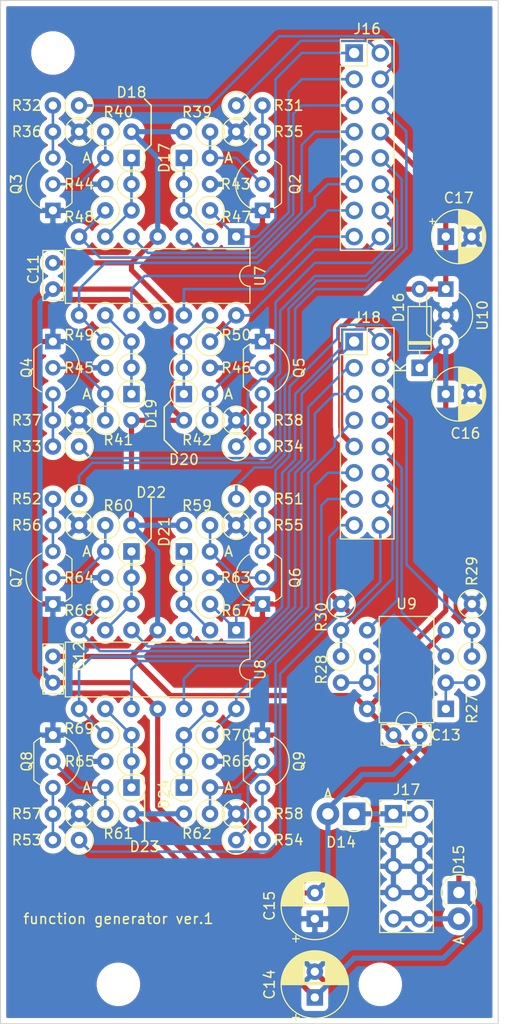
<source format=kicad_pcb>
(kicad_pcb (version 20171130) (host pcbnew "(5.1.8-0-10_14)")
  (layers (0 F.Cu signal) (31 B.Cu signal) (34 B.Paste user) (35 F.Paste user) (36 B.SilkS user) (37 F.SilkS user) (38 B.Mask user) (39 F.Mask user) (44 Edge.Cuts user))
  (net 0 "")
  (net 1 +12V)
  (net 2 -12V)
  (net 3 GND)
  (net 4 +3V3)
  (net 5 "Net-(D14-Pad1)")
  (net 6 "Net-(D15-Pad2)")
  (net 7 "Net-(D17-Pad2)")
  (net 8 "Net-(D17-Pad1)")
  (net 9 "Net-(D18-Pad2)")
  (net 10 "Net-(D18-Pad1)")
  (net 11 "Net-(D19-Pad1)")
  (net 12 "Net-(D19-Pad2)")
  (net 13 "Net-(D20-Pad1)")
  (net 14 "Net-(D20-Pad2)")
  (net 15 "Net-(D21-Pad2)")
  (net 16 "Net-(D21-Pad1)")
  (net 17 /12v_things/polarity_1)
  (net 18 /12v_things/dac_1_a)
  (net 19 /12v_things/dac_1_b)
  (net 20 /12v_things/out_1)
  (net 21 /12v_things/out_2)
  (net 22 /12v_things/dac_2_b)
  (net 23 /12v_things/polarity_2)
  (net 24 /12v_things/polarity_4)
  (net 25 /12v_things/dac_2_a)
  (net 26 /12v_things/out_4)
  (net 27 /12v_things/polarity_3)
  (net 28 /12v_things/dac_3_a)
  (net 29 /12v_things/out_3)
  (net 30 /12v_things/polarity_5)
  (net 31 /12v_things/cv2)
  (net 32 /12v_things/out_5)
  (net 33 /12v_things/cv_2_in)
  (net 34 /12v_things/dac_3_b)
  (net 35 /12v_things/cv1)
  (net 36 /12v_things/polarity_6)
  (net 37 /12v_things/cv_1_in)
  (net 38 /12v_things/out_6)
  (net 39 /12v_things/out_8)
  (net 40 /12v_things/dac_4_a)
  (net 41 /12v_things/polarity_8)
  (net 42 /12v_things/polarity_7)
  (net 43 /12v_things/dac_4_b)
  (net 44 /12v_things/out_7)
  (net 45 "Net-(Q2-Pad3)")
  (net 46 "Net-(Q3-Pad3)")
  (net 47 "Net-(Q4-Pad3)")
  (net 48 "Net-(Q5-Pad3)")
  (net 49 "Net-(Q6-Pad3)")
  (net 50 "Net-(Q7-Pad3)")
  (net 51 "Net-(Q8-Pad3)")
  (net 52 "Net-(Q9-Pad3)")
  (net 53 "Net-(R27-Pad2)")
  (net 54 "Net-(R28-Pad2)")
  (net 55 "Net-(D22-Pad1)")
  (net 56 "Net-(D23-Pad2)")
  (net 57 "Net-(D22-Pad2)")
  (net 58 "Net-(D23-Pad1)")
  (net 59 "Net-(D24-Pad2)")
  (net 60 "Net-(D24-Pad1)")
  (module MountingHole:MountingHole_3.2mm_M3 (layer F.Cu) (at 113.03 146.05)
    (fp_text reference REF** hide)
    (fp_text value MountingHole_3.2mm_M3 hide)
    (pad 1 np_thru_hole circle (at 0 0) (size 3.2 3.2) (drill 3.2) (layers *.Cu *.Mask))
  )
  (module MountingHole:MountingHole_3.2mm_M3 (layer F.Cu) (at 87.63 146.05)
    (fp_text reference REF** hide)
    (fp_text value MountingHole_3.2mm_M3 hide)
    (pad 1 np_thru_hole circle (at 0 0) (size 3.2 3.2) (drill 3.2) (layers *.Cu *.Mask))
  )
  (module MountingHole:MountingHole_3.2mm_M3 (layer F.Cu) (at 81.28 55.88)
    (fp_text reference REF** hide)
    (fp_text value MountingHole_3.2mm_M3 hide)
    (pad 1 np_thru_hole circle (at 0 0) (size 3.2 3.2) (drill 3.2) (layers *.Cu *.Mask))
  )
  (module Attenuverter:C_Axial_L4.8mm_D2.0mm_P2.54mm_Horizontal (layer F.Cu) (at 81.28 76.2 270)
    (fp_text reference C11 (at 0.635 1.905 90) (layer F.SilkS))
    (fp_text value 0.1u)
    (pad 1 thru_hole circle (at 0 0 270) (size 1.524 1.524) (drill 0.762) (layers *.Cu *.Mask) (net 1 +12V))
    (pad 2 thru_hole circle (at 2.54 0 270) (size 1.524 1.524) (drill 0.762) (layers *.Cu *.Mask) (net 2 -12V))
  )
  (module Attenuverter:C_Axial_L4.8mm_D2.0mm_P2.54mm_Horizontal (layer F.Cu) (at 81.28 114.3 270)
    (fp_text reference C12 (at 0 -2.54 90) (layer F.SilkS))
    (fp_text value 0.1u)
    (pad 2 thru_hole circle (at 2.54 0 270) (size 1.524 1.524) (drill 0.762) (layers *.Cu *.Mask) (net 2 -12V))
    (pad 1 thru_hole circle (at 0 0 270) (size 1.524 1.524) (drill 0.762) (layers *.Cu *.Mask) (net 1 +12V))
  )
  (module Attenuverter:C_Axial_L4.8mm_D2.0mm_P2.54mm_Horizontal (layer F.Cu) (at 114.3 121.92)
    (fp_text reference C13 (at 5.08 0) (layer F.SilkS))
    (fp_text value 0.1u)
    (pad 1 thru_hole circle (at 0 0) (size 1.524 1.524) (drill 0.762) (layers *.Cu *.Mask) (net 1 +12V))
    (pad 2 thru_hole circle (at 2.54 0) (size 1.524 1.524) (drill 0.762) (layers *.Cu *.Mask) (net 2 -12V))
  )
  (module Capacitor_THT:CP_Radial_D6.3mm_P2.50mm (layer F.Cu) (at 106.68 147.32 90)
    (fp_text reference C14 (at 1.25 -4.4 90) (layer F.SilkS))
    (fp_text value 100u)
    (pad 2 thru_hole circle (at 2.5 0 90) (size 1.6 1.6) (drill 0.8) (layers *.Cu *.Mask) (net 3 GND))
    (pad 1 thru_hole rect (at 0 0 90) (size 1.6 1.6) (drill 0.8) (layers *.Cu *.Mask) (net 1 +12V))
  )
  (module Capacitor_THT:CP_Radial_D6.3mm_P2.50mm (layer F.Cu) (at 106.68 139.7 90)
    (fp_text reference C15 (at 1.25 -4.4 90) (layer F.SilkS))
    (fp_text value 100u)
    (pad 1 thru_hole rect (at 0 0 90) (size 1.6 1.6) (drill 0.8) (layers *.Cu *.Mask) (net 3 GND))
    (pad 2 thru_hole circle (at 2.5 0 90) (size 1.6 1.6) (drill 0.8) (layers *.Cu *.Mask) (net 2 -12V))
  )
  (module Capacitor_THT:CP_Radial_D5.0mm_P2.50mm (layer F.Cu) (at 119.38 88.9)
    (fp_text reference C16 (at 1.905 3.81) (layer F.SilkS))
    (fp_text value 10u)
    (pad 2 thru_hole circle (at 2.5 0) (size 1.6 1.6) (drill 0.8) (layers *.Cu *.Mask) (net 3 GND))
    (pad 1 thru_hole rect (at 0 0) (size 1.6 1.6) (drill 0.8) (layers *.Cu *.Mask) (net 1 +12V))
  )
  (module Capacitor_THT:CP_Radial_D5.0mm_P2.50mm (layer F.Cu) (at 119.38 73.66)
    (fp_text reference C17 (at 1.25 -3.75) (layer F.SilkS))
    (fp_text value 10u)
    (pad 1 thru_hole rect (at 0 0) (size 1.6 1.6) (drill 0.8) (layers *.Cu *.Mask) (net 4 +3V3))
    (pad 2 thru_hole circle (at 2.5 0) (size 1.6 1.6) (drill 0.8) (layers *.Cu *.Mask) (net 3 GND))
  )
  (module Diode_THT:D_DO-35_SOD27_P2.54mm_Vertical_AnodeUp (layer F.Cu) (at 93.98 66.04)
    (fp_text reference D17 (at -1.905 0 90) (layer F.SilkS))
    (fp_text value 1N4148)
    (fp_text user A (at 4.34 0) (layer F.SilkS))
    (pad 1 thru_hole rect (at 0 0) (size 1.6 1.6) (drill 0.8) (layers *.Cu *.Mask) (net 8 "Net-(D17-Pad1)"))
    (pad 2 thru_hole oval (at 2.54 0) (size 1.6 1.6) (drill 0.8) (layers *.Cu *.Mask) (net 7 "Net-(D17-Pad2)"))
  )
  (module Diode_THT:D_DO-35_SOD27_P2.54mm_Vertical_AnodeUp (layer F.Cu) (at 88.9 66.04 180)
    (fp_text reference D18 (at 0 6.35) (layer F.SilkS))
    (fp_text value 1N4148)
    (fp_text user A (at 4.34 0) (layer F.SilkS))
    (pad 2 thru_hole oval (at 2.54 0 180) (size 1.6 1.6) (drill 0.8) (layers *.Cu *.Mask) (net 9 "Net-(D18-Pad2)"))
    (pad 1 thru_hole rect (at 0 0 180) (size 1.6 1.6) (drill 0.8) (layers *.Cu *.Mask) (net 10 "Net-(D18-Pad1)"))
  )
  (module Diode_THT:D_DO-35_SOD27_P2.54mm_Vertical_AnodeUp (layer F.Cu) (at 88.9 88.9 180)
    (fp_text reference D19 (at -1.905 -1.905 90) (layer F.SilkS))
    (fp_text value 1N4148)
    (fp_text user A (at 4.34 0) (layer F.SilkS))
    (pad 1 thru_hole rect (at 0 0 180) (size 1.6 1.6) (drill 0.8) (layers *.Cu *.Mask) (net 11 "Net-(D19-Pad1)"))
    (pad 2 thru_hole oval (at 2.54 0 180) (size 1.6 1.6) (drill 0.8) (layers *.Cu *.Mask) (net 12 "Net-(D19-Pad2)"))
  )
  (module Diode_THT:D_DO-35_SOD27_P2.54mm_Vertical_AnodeUp (layer F.Cu) (at 93.98 88.9)
    (fp_text reference D20 (at 0 6.35) (layer F.SilkS))
    (fp_text value 1N4148)
    (fp_text user A (at 4.34 0) (layer F.SilkS))
    (pad 2 thru_hole oval (at 2.54 0) (size 1.6 1.6) (drill 0.8) (layers *.Cu *.Mask) (net 14 "Net-(D20-Pad2)"))
    (pad 1 thru_hole rect (at 0 0) (size 1.6 1.6) (drill 0.8) (layers *.Cu *.Mask) (net 13 "Net-(D20-Pad1)"))
  )
  (module Diode_THT:D_DO-35_SOD27_P2.54mm_Vertical_AnodeUp (layer F.Cu) (at 93.98 104.14)
    (fp_text reference D21 (at -1.905 -1.905 90) (layer F.SilkS))
    (fp_text value 1N4148)
    (fp_text user A (at 4.34 0) (layer F.SilkS))
    (pad 2 thru_hole oval (at 2.54 0) (size 1.6 1.6) (drill 0.8) (layers *.Cu *.Mask) (net 15 "Net-(D21-Pad2)"))
    (pad 1 thru_hole rect (at 0 0) (size 1.6 1.6) (drill 0.8) (layers *.Cu *.Mask) (net 16 "Net-(D21-Pad1)"))
  )
  (module Diode_THT:D_DO-35_SOD27_P2.54mm_Vertical_AnodeUp (layer F.Cu) (at 88.9 104.14 180)
    (fp_text reference D22 (at -1.905 5.715) (layer F.SilkS))
    (fp_text value 1N4148)
    (fp_text user A (at 4.34 0) (layer F.SilkS))
    (pad 1 thru_hole rect (at 0 0 180) (size 1.6 1.6) (drill 0.8) (layers *.Cu *.Mask) (net 55 "Net-(D22-Pad1)"))
    (pad 2 thru_hole oval (at 2.54 0 180) (size 1.6 1.6) (drill 0.8) (layers *.Cu *.Mask) (net 57 "Net-(D22-Pad2)"))
  )
  (module Diode_THT:D_DO-35_SOD27_P2.54mm_Vertical_AnodeUp (layer F.Cu) (at 88.9 127 180)
    (fp_text reference D23 (at -1.27 -5.715) (layer F.SilkS))
    (fp_text value 1N4148)
    (fp_text user A (at 4.34 0) (layer F.SilkS))
    (pad 1 thru_hole rect (at 0 0 180) (size 1.6 1.6) (drill 0.8) (layers *.Cu *.Mask) (net 58 "Net-(D23-Pad1)"))
    (pad 2 thru_hole oval (at 2.54 0 180) (size 1.6 1.6) (drill 0.8) (layers *.Cu *.Mask) (net 56 "Net-(D23-Pad2)"))
  )
  (module Diode_THT:D_DO-35_SOD27_P2.54mm_Vertical_AnodeUp (layer F.Cu) (at 93.98 127)
    (fp_text reference D24 (at -1.905 0.635 90) (layer F.SilkS))
    (fp_text value 1N4148)
    (fp_text user A (at 4.34 0) (layer F.SilkS))
    (pad 2 thru_hole oval (at 2.54 0) (size 1.6 1.6) (drill 0.8) (layers *.Cu *.Mask) (net 59 "Net-(D24-Pad2)"))
    (pad 1 thru_hole rect (at 0 0) (size 1.6 1.6) (drill 0.8) (layers *.Cu *.Mask) (net 60 "Net-(D24-Pad1)"))
  )
  (module Connector_PinHeader_2.54mm:PinHeader_2x08_P2.54mm_Vertical (layer F.Cu) (at 110.49 55.88)
    (fp_text reference J16 (at 1.27 -2.33) (layer F.SilkS))
    (fp_text value mid_to_back_1)
    (pad 1 thru_hole rect (at 0 0) (size 1.7 1.7) (drill 1) (layers *.Cu *.Mask) (net 20 /12v_things/out_1))
    (pad 2 thru_hole oval (at 2.54 0) (size 1.7 1.7) (drill 1) (layers *.Cu *.Mask) (net 17 /12v_things/polarity_1))
    (pad 3 thru_hole oval (at 0 2.54) (size 1.7 1.7) (drill 1) (layers *.Cu *.Mask) (net 18 /12v_things/dac_1_a))
    (pad 4 thru_hole oval (at 2.54 2.54) (size 1.7 1.7) (drill 1) (layers *.Cu *.Mask) (net 23 /12v_things/polarity_2))
    (pad 5 thru_hole oval (at 0 5.08) (size 1.7 1.7) (drill 1) (layers *.Cu *.Mask) (net 19 /12v_things/dac_1_b))
    (pad 6 thru_hole oval (at 2.54 5.08) (size 1.7 1.7) (drill 1) (layers *.Cu *.Mask) (net 30 /12v_things/polarity_5))
    (pad 7 thru_hole oval (at 0 7.62) (size 1.7 1.7) (drill 1) (layers *.Cu *.Mask) (net 21 /12v_things/out_2))
    (pad 8 thru_hole oval (at 2.54 7.62) (size 1.7 1.7) (drill 1) (layers *.Cu *.Mask) (net 4 +3V3))
    (pad 9 thru_hole oval (at 0 10.16) (size 1.7 1.7) (drill 1) (layers *.Cu *.Mask) (net 3 GND))
    (pad 10 thru_hole oval (at 2.54 10.16) (size 1.7 1.7) (drill 1) (layers *.Cu *.Mask) (net 36 /12v_things/polarity_6))
    (pad 11 thru_hole oval (at 0 12.7) (size 1.7 1.7) (drill 1) (layers *.Cu *.Mask) (net 29 /12v_things/out_3))
    (pad 12 thru_hole oval (at 2.54 12.7) (size 1.7 1.7) (drill 1) (layers *.Cu *.Mask) (net 27 /12v_things/polarity_3))
    (pad 13 thru_hole oval (at 0 15.24) (size 1.7 1.7) (drill 1) (layers *.Cu *.Mask) (net 25 /12v_things/dac_2_a))
    (pad 14 thru_hole oval (at 2.54 15.24) (size 1.7 1.7) (drill 1) (layers *.Cu *.Mask) (net 24 /12v_things/polarity_4))
    (pad 15 thru_hole oval (at 0 17.78) (size 1.7 1.7) (drill 1) (layers *.Cu *.Mask) (net 22 /12v_things/dac_2_b))
    (pad 16 thru_hole oval (at 2.54 17.78) (size 1.7 1.7) (drill 1) (layers *.Cu *.Mask) (net 26 /12v_things/out_4))
  )
  (module Connector_PinHeader_2.54mm:PinHeader_2x08_P2.54mm_Vertical (layer F.Cu) (at 110.49 83.82)
    (fp_text reference J18 (at 1.27 -2.33) (layer F.SilkS))
    (fp_text value mid_to_back_2)
    (pad 16 thru_hole oval (at 2.54 17.78) (size 1.7 1.7) (drill 1) (layers *.Cu *.Mask) (net 42 /12v_things/polarity_7))
    (pad 15 thru_hole oval (at 0 17.78) (size 1.7 1.7) (drill 1) (layers *.Cu *.Mask) (net 41 /12v_things/polarity_8))
    (pad 14 thru_hole oval (at 2.54 15.24) (size 1.7 1.7) (drill 1) (layers *.Cu *.Mask) (net 31 /12v_things/cv2))
    (pad 13 thru_hole oval (at 0 15.24) (size 1.7 1.7) (drill 1) (layers *.Cu *.Mask) (net 39 /12v_things/out_8))
    (pad 12 thru_hole oval (at 2.54 12.7) (size 1.7 1.7) (drill 1) (layers *.Cu *.Mask) (net 33 /12v_things/cv_2_in))
    (pad 11 thru_hole oval (at 0 12.7) (size 1.7 1.7) (drill 1) (layers *.Cu *.Mask) (net 43 /12v_things/dac_4_b))
    (pad 10 thru_hole oval (at 2.54 10.16) (size 1.7 1.7) (drill 1) (layers *.Cu *.Mask) (net 37 /12v_things/cv_1_in))
    (pad 9 thru_hole oval (at 0 10.16) (size 1.7 1.7) (drill 1) (layers *.Cu *.Mask) (net 4 +3V3))
    (pad 8 thru_hole oval (at 2.54 7.62) (size 1.7 1.7) (drill 1) (layers *.Cu *.Mask) (net 3 GND))
    (pad 7 thru_hole oval (at 0 7.62) (size 1.7 1.7) (drill 1) (layers *.Cu *.Mask) (net 40 /12v_things/dac_4_a))
    (pad 6 thru_hole oval (at 2.54 5.08) (size 1.7 1.7) (drill 1) (layers *.Cu *.Mask) (net 35 /12v_things/cv1))
    (pad 5 thru_hole oval (at 0 5.08) (size 1.7 1.7) (drill 1) (layers *.Cu *.Mask) (net 44 /12v_things/out_7))
    (pad 4 thru_hole oval (at 2.54 2.54) (size 1.7 1.7) (drill 1) (layers *.Cu *.Mask) (net 32 /12v_things/out_5))
    (pad 3 thru_hole oval (at 0 2.54) (size 1.7 1.7) (drill 1) (layers *.Cu *.Mask) (net 38 /12v_things/out_6))
    (pad 2 thru_hole oval (at 2.54 0) (size 1.7 1.7) (drill 1) (layers *.Cu *.Mask) (net 28 /12v_things/dac_3_a))
    (pad 1 thru_hole rect (at 0 0) (size 1.7 1.7) (drill 1) (layers *.Cu *.Mask) (net 34 /12v_things/dac_3_b))
  )
  (module Connector_PinHeader_2.54mm:PinHeader_2x05_P2.54mm_Vertical (layer F.Cu) (at 114.3 129.54)
    (fp_text reference J17 (at 1.27 -2.33) (layer F.SilkS))
    (fp_text value power_bus)
    (pad 1 thru_hole rect (at 0 0) (size 1.7 1.7) (drill 1) (layers *.Cu *.Mask) (net 5 "Net-(D14-Pad1)"))
    (pad 2 thru_hole oval (at 2.54 0) (size 1.7 1.7) (drill 1) (layers *.Cu *.Mask) (net 5 "Net-(D14-Pad1)"))
    (pad 3 thru_hole oval (at 0 2.54) (size 1.7 1.7) (drill 1) (layers *.Cu *.Mask) (net 3 GND))
    (pad 4 thru_hole oval (at 2.54 2.54) (size 1.7 1.7) (drill 1) (layers *.Cu *.Mask) (net 3 GND))
    (pad 5 thru_hole oval (at 0 5.08) (size 1.7 1.7) (drill 1) (layers *.Cu *.Mask) (net 3 GND))
    (pad 6 thru_hole oval (at 2.54 5.08) (size 1.7 1.7) (drill 1) (layers *.Cu *.Mask) (net 3 GND))
    (pad 7 thru_hole oval (at 0 7.62) (size 1.7 1.7) (drill 1) (layers *.Cu *.Mask) (net 3 GND))
    (pad 8 thru_hole oval (at 2.54 7.62) (size 1.7 1.7) (drill 1) (layers *.Cu *.Mask) (net 3 GND))
    (pad 9 thru_hole oval (at 0 10.16) (size 1.7 1.7) (drill 1) (layers *.Cu *.Mask) (net 6 "Net-(D15-Pad2)"))
    (pad 10 thru_hole oval (at 2.54 10.16) (size 1.7 1.7) (drill 1) (layers *.Cu *.Mask) (net 6 "Net-(D15-Pad2)"))
  )
  (module Package_TO_SOT_THT:TO-92_Inline_Wide (layer F.Cu) (at 101.6 71.12 90)
    (fp_text reference Q2 (at 2.54 3.175 90) (layer F.SilkS))
    (fp_text value 2SC1815)
    (pad 2 thru_hole circle (at 2.54 0 90) (size 1.5 1.5) (drill 0.8) (layers *.Cu *.Mask) (net 7 "Net-(D17-Pad2)"))
    (pad 3 thru_hole circle (at 5.08 0 90) (size 1.5 1.5) (drill 0.8) (layers *.Cu *.Mask) (net 45 "Net-(Q2-Pad3)"))
    (pad 1 thru_hole rect (at 0 0 90) (size 1.5 1.5) (drill 0.8) (layers *.Cu *.Mask) (net 3 GND))
  )
  (module Package_TO_SOT_THT:TO-92_Inline_Wide (layer F.Cu) (at 81.28 71.12 90)
    (fp_text reference Q3 (at 2.54 -3.56 90) (layer F.SilkS))
    (fp_text value 2SC1815)
    (pad 1 thru_hole rect (at 0 0 90) (size 1.5 1.5) (drill 0.8) (layers *.Cu *.Mask) (net 3 GND))
    (pad 3 thru_hole circle (at 5.08 0 90) (size 1.5 1.5) (drill 0.8) (layers *.Cu *.Mask) (net 46 "Net-(Q3-Pad3)"))
    (pad 2 thru_hole circle (at 2.54 0 90) (size 1.5 1.5) (drill 0.8) (layers *.Cu *.Mask) (net 9 "Net-(D18-Pad2)"))
  )
  (module Package_TO_SOT_THT:TO-92_Inline_Wide (layer F.Cu) (at 81.28 83.82 270)
    (fp_text reference Q4 (at 2.54 2.54 90) (layer F.SilkS))
    (fp_text value 2SC1815)
    (pad 2 thru_hole circle (at 2.54 0 270) (size 1.5 1.5) (drill 0.8) (layers *.Cu *.Mask) (net 12 "Net-(D19-Pad2)"))
    (pad 3 thru_hole circle (at 5.08 0 270) (size 1.5 1.5) (drill 0.8) (layers *.Cu *.Mask) (net 47 "Net-(Q4-Pad3)"))
    (pad 1 thru_hole rect (at 0 0 270) (size 1.5 1.5) (drill 0.8) (layers *.Cu *.Mask) (net 3 GND))
  )
  (module Package_TO_SOT_THT:TO-92_Inline_Wide (layer F.Cu) (at 101.6 83.82 270)
    (fp_text reference Q5 (at 2.54 -3.56 90) (layer F.SilkS))
    (fp_text value 2SC1815)
    (pad 1 thru_hole rect (at 0 0 270) (size 1.5 1.5) (drill 0.8) (layers *.Cu *.Mask) (net 3 GND))
    (pad 3 thru_hole circle (at 5.08 0 270) (size 1.5 1.5) (drill 0.8) (layers *.Cu *.Mask) (net 48 "Net-(Q5-Pad3)"))
    (pad 2 thru_hole circle (at 2.54 0 270) (size 1.5 1.5) (drill 0.8) (layers *.Cu *.Mask) (net 14 "Net-(D20-Pad2)"))
  )
  (module Package_TO_SOT_THT:TO-92_Inline_Wide (layer F.Cu) (at 101.6 109.22 90)
    (fp_text reference Q6 (at 2.54 3.175 90) (layer F.SilkS))
    (fp_text value 2SC1815)
    (pad 2 thru_hole circle (at 2.54 0 90) (size 1.5 1.5) (drill 0.8) (layers *.Cu *.Mask) (net 15 "Net-(D21-Pad2)"))
    (pad 3 thru_hole circle (at 5.08 0 90) (size 1.5 1.5) (drill 0.8) (layers *.Cu *.Mask) (net 49 "Net-(Q6-Pad3)"))
    (pad 1 thru_hole rect (at 0 0 90) (size 1.5 1.5) (drill 0.8) (layers *.Cu *.Mask) (net 3 GND))
  )
  (module Package_TO_SOT_THT:TO-92_Inline_Wide (layer F.Cu) (at 81.28 109.22 90)
    (fp_text reference Q7 (at 2.54 -3.56 90) (layer F.SilkS))
    (fp_text value 2SC1815)
    (pad 1 thru_hole rect (at 0 0 90) (size 1.5 1.5) (drill 0.8) (layers *.Cu *.Mask) (net 3 GND))
    (pad 3 thru_hole circle (at 5.08 0 90) (size 1.5 1.5) (drill 0.8) (layers *.Cu *.Mask) (net 50 "Net-(Q7-Pad3)"))
    (pad 2 thru_hole circle (at 2.54 0 90) (size 1.5 1.5) (drill 0.8) (layers *.Cu *.Mask) (net 57 "Net-(D22-Pad2)"))
  )
  (module Package_TO_SOT_THT:TO-92_Inline_Wide (layer F.Cu) (at 81.28 121.925001 270)
    (fp_text reference Q8 (at 2.54 2.54 90) (layer F.SilkS))
    (fp_text value 2SC1815)
    (pad 2 thru_hole circle (at 2.54 0 270) (size 1.5 1.5) (drill 0.8) (layers *.Cu *.Mask) (net 56 "Net-(D23-Pad2)"))
    (pad 3 thru_hole circle (at 5.08 0 270) (size 1.5 1.5) (drill 0.8) (layers *.Cu *.Mask) (net 51 "Net-(Q8-Pad3)"))
    (pad 1 thru_hole rect (at 0 0 270) (size 1.5 1.5) (drill 0.8) (layers *.Cu *.Mask) (net 3 GND))
  )
  (module Package_TO_SOT_THT:TO-92_Inline_Wide (layer F.Cu) (at 101.6 121.92 270)
    (fp_text reference Q9 (at 2.54 -3.56 90) (layer F.SilkS))
    (fp_text value 2SC1815)
    (pad 2 thru_hole circle (at 2.54 0 270) (size 1.5 1.5) (drill 0.8) (layers *.Cu *.Mask) (net 59 "Net-(D24-Pad2)"))
    (pad 3 thru_hole circle (at 5.08 0 270) (size 1.5 1.5) (drill 0.8) (layers *.Cu *.Mask) (net 52 "Net-(Q9-Pad3)"))
    (pad 1 thru_hole rect (at 0 0 270) (size 1.5 1.5) (drill 0.8) (layers *.Cu *.Mask) (net 3 GND))
  )
  (module Resistor_THT:R_Axial_DIN0207_L6.3mm_D2.5mm_P2.54mm_Vertical (layer F.Cu) (at 121.92 114.3 270)
    (fp_text reference R27 (at 5.08 0 90) (layer F.SilkS))
    (fp_text value 2k)
    (pad 1 thru_hole circle (at 0 0 270) (size 1.6 1.6) (drill 0.8) (layers *.Cu *.Mask) (net 35 /12v_things/cv1))
    (pad 2 thru_hole oval (at 2.54 0 270) (size 1.6 1.6) (drill 0.8) (layers *.Cu *.Mask) (net 53 "Net-(R27-Pad2)"))
  )
  (module Resistor_THT:R_Axial_DIN0207_L6.3mm_D2.5mm_P2.54mm_Vertical (layer F.Cu) (at 109.22 114.3 270)
    (fp_text reference R28 (at 1.27 1.905 90) (layer F.SilkS))
    (fp_text value 2k)
    (pad 1 thru_hole circle (at 0 0 270) (size 1.6 1.6) (drill 0.8) (layers *.Cu *.Mask) (net 31 /12v_things/cv2))
    (pad 2 thru_hole oval (at 2.54 0 270) (size 1.6 1.6) (drill 0.8) (layers *.Cu *.Mask) (net 54 "Net-(R28-Pad2)"))
  )
  (module Resistor_THT:R_Axial_DIN0207_L6.3mm_D2.5mm_P2.54mm_Vertical (layer F.Cu) (at 121.92 109.22 270)
    (fp_text reference R29 (at -3.175 0 90) (layer F.SilkS))
    (fp_text value 1k)
    (pad 2 thru_hole oval (at 2.54 0 270) (size 1.6 1.6) (drill 0.8) (layers *.Cu *.Mask) (net 35 /12v_things/cv1))
    (pad 1 thru_hole circle (at 0 0 270) (size 1.6 1.6) (drill 0.8) (layers *.Cu *.Mask) (net 3 GND))
  )
  (module Resistor_THT:R_Axial_DIN0207_L6.3mm_D2.5mm_P2.54mm_Vertical (layer F.Cu) (at 109.22 109.22 270)
    (fp_text reference R30 (at 1.27 1.905 90) (layer F.SilkS))
    (fp_text value 1k)
    (pad 2 thru_hole oval (at 2.54 0 270) (size 1.6 1.6) (drill 0.8) (layers *.Cu *.Mask) (net 31 /12v_things/cv2))
    (pad 1 thru_hole circle (at 0 0 270) (size 1.6 1.6) (drill 0.8) (layers *.Cu *.Mask) (net 3 GND))
  )
  (module Resistor_THT:R_Axial_DIN0207_L6.3mm_D2.5mm_P2.54mm_Vertical (layer F.Cu) (at 99.06 60.96)
    (fp_text reference R31 (at 5.08 0) (layer F.SilkS))
    (fp_text value 1k)
    (pad 2 thru_hole oval (at 2.54 0) (size 1.6 1.6) (drill 0.8) (layers *.Cu *.Mask) (net 45 "Net-(Q2-Pad3)"))
    (pad 1 thru_hole circle (at 0 0) (size 1.6 1.6) (drill 0.8) (layers *.Cu *.Mask) (net 17 /12v_things/polarity_1))
  )
  (module Resistor_THT:R_Axial_DIN0207_L6.3mm_D2.5mm_P2.54mm_Vertical (layer F.Cu) (at 83.82 60.96 180)
    (fp_text reference R32 (at 5.08 0) (layer F.SilkS))
    (fp_text value 1k)
    (pad 1 thru_hole circle (at 0 0 180) (size 1.6 1.6) (drill 0.8) (layers *.Cu *.Mask) (net 23 /12v_things/polarity_2))
    (pad 2 thru_hole oval (at 2.54 0 180) (size 1.6 1.6) (drill 0.8) (layers *.Cu *.Mask) (net 46 "Net-(Q3-Pad3)"))
  )
  (module Resistor_THT:R_Axial_DIN0207_L6.3mm_D2.5mm_P2.54mm_Vertical (layer F.Cu) (at 83.82 93.98 180)
    (fp_text reference R33 (at 5.08 0) (layer F.SilkS))
    (fp_text value 1k)
    (pad 2 thru_hole oval (at 2.54 0 180) (size 1.6 1.6) (drill 0.8) (layers *.Cu *.Mask) (net 47 "Net-(Q4-Pad3)"))
    (pad 1 thru_hole circle (at 0 0 180) (size 1.6 1.6) (drill 0.8) (layers *.Cu *.Mask) (net 27 /12v_things/polarity_3))
  )
  (module Resistor_THT:R_Axial_DIN0207_L6.3mm_D2.5mm_P2.54mm_Vertical (layer F.Cu) (at 99.06 93.98)
    (fp_text reference R34 (at 5.08 0) (layer F.SilkS))
    (fp_text value 1k)
    (pad 1 thru_hole circle (at 0 0) (size 1.6 1.6) (drill 0.8) (layers *.Cu *.Mask) (net 24 /12v_things/polarity_4))
    (pad 2 thru_hole oval (at 2.54 0) (size 1.6 1.6) (drill 0.8) (layers *.Cu *.Mask) (net 48 "Net-(Q5-Pad3)"))
  )
  (module Resistor_THT:R_Axial_DIN0207_L6.3mm_D2.5mm_P2.54mm_Vertical (layer F.Cu) (at 99.06 63.5)
    (fp_text reference R35 (at 5.08 0) (layer F.SilkS))
    (fp_text value 100k)
    (pad 1 thru_hole circle (at 0 0) (size 1.6 1.6) (drill 0.8) (layers *.Cu *.Mask) (net 3 GND))
    (pad 2 thru_hole oval (at 2.54 0) (size 1.6 1.6) (drill 0.8) (layers *.Cu *.Mask) (net 45 "Net-(Q2-Pad3)"))
  )
  (module Resistor_THT:R_Axial_DIN0207_L6.3mm_D2.5mm_P2.54mm_Vertical (layer F.Cu) (at 83.82 63.5 180)
    (fp_text reference R36 (at 5.08 0) (layer F.SilkS))
    (fp_text value 100k)
    (pad 2 thru_hole oval (at 2.54 0 180) (size 1.6 1.6) (drill 0.8) (layers *.Cu *.Mask) (net 46 "Net-(Q3-Pad3)"))
    (pad 1 thru_hole circle (at 0 0 180) (size 1.6 1.6) (drill 0.8) (layers *.Cu *.Mask) (net 3 GND))
  )
  (module Resistor_THT:R_Axial_DIN0207_L6.3mm_D2.5mm_P2.54mm_Vertical (layer F.Cu) (at 83.82 91.44 180)
    (fp_text reference R37 (at 5.08 0) (layer F.SilkS))
    (fp_text value 100k)
    (pad 1 thru_hole circle (at 0 0 180) (size 1.6 1.6) (drill 0.8) (layers *.Cu *.Mask) (net 3 GND))
    (pad 2 thru_hole oval (at 2.54 0 180) (size 1.6 1.6) (drill 0.8) (layers *.Cu *.Mask) (net 47 "Net-(Q4-Pad3)"))
  )
  (module Resistor_THT:R_Axial_DIN0207_L6.3mm_D2.5mm_P2.54mm_Vertical (layer F.Cu) (at 99.06 91.44)
    (fp_text reference R38 (at 5.08 0) (layer F.SilkS))
    (fp_text value 100k)
    (pad 2 thru_hole oval (at 2.54 0) (size 1.6 1.6) (drill 0.8) (layers *.Cu *.Mask) (net 48 "Net-(Q5-Pad3)"))
    (pad 1 thru_hole circle (at 0 0) (size 1.6 1.6) (drill 0.8) (layers *.Cu *.Mask) (net 3 GND))
  )
  (module Resistor_THT:R_Axial_DIN0207_L6.3mm_D2.5mm_P2.54mm_Vertical (layer F.Cu) (at 96.52 63.5 180)
    (fp_text reference R39 (at 1.27 1.905) (layer F.SilkS))
    (fp_text value 4.7k)
    (pad 2 thru_hole oval (at 2.54 0 180) (size 1.6 1.6) (drill 0.8) (layers *.Cu *.Mask) (net 1 +12V))
    (pad 1 thru_hole circle (at 0 0 180) (size 1.6 1.6) (drill 0.8) (layers *.Cu *.Mask) (net 7 "Net-(D17-Pad2)"))
  )
  (module Resistor_THT:R_Axial_DIN0207_L6.3mm_D2.5mm_P2.54mm_Vertical (layer F.Cu) (at 86.36 63.5)
    (fp_text reference R40 (at 1.27 -1.905) (layer F.SilkS))
    (fp_text value 4.7k)
    (pad 1 thru_hole circle (at 0 0) (size 1.6 1.6) (drill 0.8) (layers *.Cu *.Mask) (net 9 "Net-(D18-Pad2)"))
    (pad 2 thru_hole oval (at 2.54 0) (size 1.6 1.6) (drill 0.8) (layers *.Cu *.Mask) (net 1 +12V))
  )
  (module Resistor_THT:R_Axial_DIN0207_L6.3mm_D2.5mm_P2.54mm_Vertical (layer F.Cu) (at 86.36 91.44)
    (fp_text reference R41 (at 1.27 1.905) (layer F.SilkS))
    (fp_text value 4.7k)
    (pad 2 thru_hole oval (at 2.54 0) (size 1.6 1.6) (drill 0.8) (layers *.Cu *.Mask) (net 1 +12V))
    (pad 1 thru_hole circle (at 0 0) (size 1.6 1.6) (drill 0.8) (layers *.Cu *.Mask) (net 12 "Net-(D19-Pad2)"))
  )
  (module Resistor_THT:R_Axial_DIN0207_L6.3mm_D2.5mm_P2.54mm_Vertical (layer F.Cu) (at 96.52 91.44 180)
    (fp_text reference R42 (at 1.27 -1.905) (layer F.SilkS))
    (fp_text value 4.7k)
    (pad 1 thru_hole circle (at 0 0 180) (size 1.6 1.6) (drill 0.8) (layers *.Cu *.Mask) (net 14 "Net-(D20-Pad2)"))
    (pad 2 thru_hole oval (at 2.54 0 180) (size 1.6 1.6) (drill 0.8) (layers *.Cu *.Mask) (net 1 +12V))
  )
  (module Resistor_THT:R_Axial_DIN0207_L6.3mm_D2.5mm_P2.54mm_Vertical (layer F.Cu) (at 93.98 68.58)
    (fp_text reference R43 (at 5.02 0 180) (layer F.SilkS))
    (fp_text value 1k)
    (pad 2 thru_hole oval (at 2.54 0) (size 1.6 1.6) (drill 0.8) (layers *.Cu *.Mask) (net 3 GND))
    (pad 1 thru_hole circle (at 0 0) (size 1.6 1.6) (drill 0.8) (layers *.Cu *.Mask) (net 8 "Net-(D17-Pad1)"))
  )
  (module Resistor_THT:R_Axial_DIN0207_L6.3mm_D2.5mm_P2.54mm_Vertical (layer F.Cu) (at 88.9 68.58 180)
    (fp_text reference R44 (at 5.08 0 180) (layer F.SilkS))
    (fp_text value 1k)
    (pad 1 thru_hole circle (at 0 0 180) (size 1.6 1.6) (drill 0.8) (layers *.Cu *.Mask) (net 10 "Net-(D18-Pad1)"))
    (pad 2 thru_hole oval (at 2.54 0 180) (size 1.6 1.6) (drill 0.8) (layers *.Cu *.Mask) (net 3 GND))
  )
  (module Resistor_THT:R_Axial_DIN0207_L6.3mm_D2.5mm_P2.54mm_Vertical (layer F.Cu) (at 88.9 86.36 180)
    (fp_text reference R45 (at 5.08 0 180) (layer F.SilkS))
    (fp_text value 1k)
    (pad 2 thru_hole oval (at 2.54 0 180) (size 1.6 1.6) (drill 0.8) (layers *.Cu *.Mask) (net 3 GND))
    (pad 1 thru_hole circle (at 0 0 180) (size 1.6 1.6) (drill 0.8) (layers *.Cu *.Mask) (net 11 "Net-(D19-Pad1)"))
  )
  (module Resistor_THT:R_Axial_DIN0207_L6.3mm_D2.5mm_P2.54mm_Vertical (layer F.Cu) (at 93.98 86.36)
    (fp_text reference R46 (at 5.08 0 180) (layer F.SilkS))
    (fp_text value 1k)
    (pad 1 thru_hole circle (at 0 0) (size 1.6 1.6) (drill 0.8) (layers *.Cu *.Mask) (net 13 "Net-(D20-Pad1)"))
    (pad 2 thru_hole oval (at 2.54 0) (size 1.6 1.6) (drill 0.8) (layers *.Cu *.Mask) (net 3 GND))
  )
  (module Resistor_THT:R_Axial_DIN0207_L6.3mm_D2.5mm_P2.54mm_Vertical (layer F.Cu) (at 96.52 71.12 180)
    (fp_text reference R47 (at -2.54 -0.635 180) (layer F.SilkS))
    (fp_text value 2k)
    (pad 1 thru_hole circle (at 0 0 180) (size 1.6 1.6) (drill 0.8) (layers *.Cu *.Mask) (net 20 /12v_things/out_1))
    (pad 2 thru_hole oval (at 2.54 0 180) (size 1.6 1.6) (drill 0.8) (layers *.Cu *.Mask) (net 8 "Net-(D17-Pad1)"))
  )
  (module Resistor_THT:R_Axial_DIN0207_L6.3mm_D2.5mm_P2.54mm_Vertical (layer F.Cu) (at 86.36 71.12)
    (fp_text reference R48 (at -2.54 0.635 180) (layer F.SilkS))
    (fp_text value 2k)
    (pad 2 thru_hole oval (at 2.54 0) (size 1.6 1.6) (drill 0.8) (layers *.Cu *.Mask) (net 10 "Net-(D18-Pad1)"))
    (pad 1 thru_hole circle (at 0 0) (size 1.6 1.6) (drill 0.8) (layers *.Cu *.Mask) (net 21 /12v_things/out_2))
  )
  (module Resistor_THT:R_Axial_DIN0207_L6.3mm_D2.5mm_P2.54mm_Vertical (layer F.Cu) (at 86.36 83.82)
    (fp_text reference R49 (at -2.54 -0.635 180) (layer F.SilkS))
    (fp_text value 2k)
    (pad 1 thru_hole circle (at 0 0) (size 1.6 1.6) (drill 0.8) (layers *.Cu *.Mask) (net 29 /12v_things/out_3))
    (pad 2 thru_hole oval (at 2.54 0) (size 1.6 1.6) (drill 0.8) (layers *.Cu *.Mask) (net 11 "Net-(D19-Pad1)"))
  )
  (module Resistor_THT:R_Axial_DIN0207_L6.3mm_D2.5mm_P2.54mm_Vertical (layer F.Cu) (at 96.52 83.82 180)
    (fp_text reference R50 (at -2.54 0.635 180) (layer F.SilkS))
    (fp_text value 2k)
    (pad 2 thru_hole oval (at 2.54 0 180) (size 1.6 1.6) (drill 0.8) (layers *.Cu *.Mask) (net 13 "Net-(D20-Pad1)"))
    (pad 1 thru_hole circle (at 0 0 180) (size 1.6 1.6) (drill 0.8) (layers *.Cu *.Mask) (net 26 /12v_things/out_4))
  )
  (module Resistor_THT:R_Axial_DIN0207_L6.3mm_D2.5mm_P2.54mm_Vertical (layer F.Cu) (at 99.06 99.06)
    (fp_text reference R51 (at 5.08 0) (layer F.SilkS))
    (fp_text value 1k)
    (pad 2 thru_hole oval (at 2.54 0) (size 1.6 1.6) (drill 0.8) (layers *.Cu *.Mask) (net 49 "Net-(Q6-Pad3)"))
    (pad 1 thru_hole circle (at 0 0) (size 1.6 1.6) (drill 0.8) (layers *.Cu *.Mask) (net 30 /12v_things/polarity_5))
  )
  (module Resistor_THT:R_Axial_DIN0207_L6.3mm_D2.5mm_P2.54mm_Vertical (layer F.Cu) (at 83.82 99.06 180)
    (fp_text reference R52 (at 5.08 0) (layer F.SilkS))
    (fp_text value 1k)
    (pad 2 thru_hole oval (at 2.54 0 180) (size 1.6 1.6) (drill 0.8) (layers *.Cu *.Mask) (net 50 "Net-(Q7-Pad3)"))
    (pad 1 thru_hole circle (at 0 0 180) (size 1.6 1.6) (drill 0.8) (layers *.Cu *.Mask) (net 36 /12v_things/polarity_6))
  )
  (module Resistor_THT:R_Axial_DIN0207_L6.3mm_D2.5mm_P2.54mm_Vertical (layer F.Cu) (at 83.82 132.08 180)
    (fp_text reference R53 (at 5.08 0) (layer F.SilkS))
    (fp_text value 1k)
    (pad 1 thru_hole circle (at 0 0 180) (size 1.6 1.6) (drill 0.8) (layers *.Cu *.Mask) (net 42 /12v_things/polarity_7))
    (pad 2 thru_hole oval (at 2.54 0 180) (size 1.6 1.6) (drill 0.8) (layers *.Cu *.Mask) (net 51 "Net-(Q8-Pad3)"))
  )
  (module Resistor_THT:R_Axial_DIN0207_L6.3mm_D2.5mm_P2.54mm_Vertical (layer F.Cu) (at 99.06 132.08)
    (fp_text reference R54 (at 5.08 0) (layer F.SilkS))
    (fp_text value 1k)
    (pad 1 thru_hole circle (at 0 0) (size 1.6 1.6) (drill 0.8) (layers *.Cu *.Mask) (net 41 /12v_things/polarity_8))
    (pad 2 thru_hole oval (at 2.54 0) (size 1.6 1.6) (drill 0.8) (layers *.Cu *.Mask) (net 52 "Net-(Q9-Pad3)"))
  )
  (module Resistor_THT:R_Axial_DIN0207_L6.3mm_D2.5mm_P2.54mm_Vertical (layer F.Cu) (at 99.06 101.6)
    (fp_text reference R55 (at 5.08 0) (layer F.SilkS))
    (fp_text value 100k)
    (pad 1 thru_hole circle (at 0 0) (size 1.6 1.6) (drill 0.8) (layers *.Cu *.Mask) (net 3 GND))
    (pad 2 thru_hole oval (at 2.54 0) (size 1.6 1.6) (drill 0.8) (layers *.Cu *.Mask) (net 49 "Net-(Q6-Pad3)"))
  )
  (module Resistor_THT:R_Axial_DIN0207_L6.3mm_D2.5mm_P2.54mm_Vertical (layer F.Cu) (at 83.82 101.6 180)
    (fp_text reference R56 (at 5.08 0) (layer F.SilkS))
    (fp_text value 100k)
    (pad 2 thru_hole oval (at 2.54 0 180) (size 1.6 1.6) (drill 0.8) (layers *.Cu *.Mask) (net 50 "Net-(Q7-Pad3)"))
    (pad 1 thru_hole circle (at 0 0 180) (size 1.6 1.6) (drill 0.8) (layers *.Cu *.Mask) (net 3 GND))
  )
  (module Resistor_THT:R_Axial_DIN0207_L6.3mm_D2.5mm_P2.54mm_Vertical (layer F.Cu) (at 83.82 129.54 180)
    (fp_text reference R57 (at 5.08 0) (layer F.SilkS))
    (fp_text value 100k)
    (pad 2 thru_hole oval (at 2.54 0 180) (size 1.6 1.6) (drill 0.8) (layers *.Cu *.Mask) (net 51 "Net-(Q8-Pad3)"))
    (pad 1 thru_hole circle (at 0 0 180) (size 1.6 1.6) (drill 0.8) (layers *.Cu *.Mask) (net 3 GND))
  )
  (module Resistor_THT:R_Axial_DIN0207_L6.3mm_D2.5mm_P2.54mm_Vertical (layer F.Cu) (at 99.06 129.54)
    (fp_text reference R58 (at 5.08 0) (layer F.SilkS))
    (fp_text value 100k)
    (pad 2 thru_hole oval (at 2.54 0) (size 1.6 1.6) (drill 0.8) (layers *.Cu *.Mask) (net 52 "Net-(Q9-Pad3)"))
    (pad 1 thru_hole circle (at 0 0) (size 1.6 1.6) (drill 0.8) (layers *.Cu *.Mask) (net 3 GND))
  )
  (module Resistor_THT:R_Axial_DIN0207_L6.3mm_D2.5mm_P2.54mm_Vertical (layer F.Cu) (at 96.52 101.6 180)
    (fp_text reference R59 (at 1.27 1.905 180) (layer F.SilkS))
    (fp_text value 4.7k)
    (pad 2 thru_hole oval (at 2.54 0 180) (size 1.6 1.6) (drill 0.8) (layers *.Cu *.Mask) (net 1 +12V))
    (pad 1 thru_hole circle (at 0 0 180) (size 1.6 1.6) (drill 0.8) (layers *.Cu *.Mask) (net 15 "Net-(D21-Pad2)"))
  )
  (module Resistor_THT:R_Axial_DIN0207_L6.3mm_D2.5mm_P2.54mm_Vertical (layer F.Cu) (at 86.36 101.6)
    (fp_text reference R60 (at 1.27 -1.905) (layer F.SilkS))
    (fp_text value 4.7k)
    (pad 1 thru_hole circle (at 0 0) (size 1.6 1.6) (drill 0.8) (layers *.Cu *.Mask) (net 57 "Net-(D22-Pad2)"))
    (pad 2 thru_hole oval (at 2.54 0) (size 1.6 1.6) (drill 0.8) (layers *.Cu *.Mask) (net 1 +12V))
  )
  (module Resistor_THT:R_Axial_DIN0207_L6.3mm_D2.5mm_P2.54mm_Vertical (layer F.Cu) (at 86.36 129.54)
    (fp_text reference R61 (at 1.27 1.905) (layer F.SilkS))
    (fp_text value 4.7k)
    (pad 1 thru_hole circle (at 0 0) (size 1.6 1.6) (drill 0.8) (layers *.Cu *.Mask) (net 56 "Net-(D23-Pad2)"))
    (pad 2 thru_hole oval (at 2.54 0) (size 1.6 1.6) (drill 0.8) (layers *.Cu *.Mask) (net 1 +12V))
  )
  (module Resistor_THT:R_Axial_DIN0207_L6.3mm_D2.5mm_P2.54mm_Vertical (layer F.Cu) (at 96.52 129.54 180)
    (fp_text reference R62 (at 1.27 -1.905) (layer F.SilkS))
    (fp_text value 4.7k)
    (pad 1 thru_hole circle (at 0 0 180) (size 1.6 1.6) (drill 0.8) (layers *.Cu *.Mask) (net 59 "Net-(D24-Pad2)"))
    (pad 2 thru_hole oval (at 2.54 0 180) (size 1.6 1.6) (drill 0.8) (layers *.Cu *.Mask) (net 1 +12V))
  )
  (module Resistor_THT:R_Axial_DIN0207_L6.3mm_D2.5mm_P2.54mm_Vertical (layer F.Cu) (at 93.98 106.68)
    (fp_text reference R63 (at 5.02 0 180) (layer F.SilkS))
    (fp_text value 1k)
    (pad 2 thru_hole oval (at 2.54 0) (size 1.6 1.6) (drill 0.8) (layers *.Cu *.Mask) (net 3 GND))
    (pad 1 thru_hole circle (at 0 0) (size 1.6 1.6) (drill 0.8) (layers *.Cu *.Mask) (net 16 "Net-(D21-Pad1)"))
  )
  (module Resistor_THT:R_Axial_DIN0207_L6.3mm_D2.5mm_P2.54mm_Vertical (layer F.Cu) (at 88.9 106.68 180)
    (fp_text reference R64 (at 5.08 0 180) (layer F.SilkS))
    (fp_text value 1k)
    (pad 1 thru_hole circle (at 0 0 180) (size 1.6 1.6) (drill 0.8) (layers *.Cu *.Mask) (net 55 "Net-(D22-Pad1)"))
    (pad 2 thru_hole oval (at 2.54 0 180) (size 1.6 1.6) (drill 0.8) (layers *.Cu *.Mask) (net 3 GND))
  )
  (module Resistor_THT:R_Axial_DIN0207_L6.3mm_D2.5mm_P2.54mm_Vertical (layer F.Cu) (at 88.9 124.46 180)
    (fp_text reference R65 (at 5.02 -0.005001 180) (layer F.SilkS))
    (fp_text value 1k)
    (pad 2 thru_hole oval (at 2.54 0 180) (size 1.6 1.6) (drill 0.8) (layers *.Cu *.Mask) (net 3 GND))
    (pad 1 thru_hole circle (at 0 0 180) (size 1.6 1.6) (drill 0.8) (layers *.Cu *.Mask) (net 58 "Net-(D23-Pad1)"))
  )
  (module Resistor_THT:R_Axial_DIN0207_L6.3mm_D2.5mm_P2.54mm_Vertical (layer F.Cu) (at 93.98 124.46)
    (fp_text reference R66 (at 5.08 0 180) (layer F.SilkS))
    (fp_text value 1k)
    (pad 1 thru_hole circle (at 0 0) (size 1.6 1.6) (drill 0.8) (layers *.Cu *.Mask) (net 60 "Net-(D24-Pad1)"))
    (pad 2 thru_hole oval (at 2.54 0) (size 1.6 1.6) (drill 0.8) (layers *.Cu *.Mask) (net 3 GND))
  )
  (module Resistor_THT:R_Axial_DIN0207_L6.3mm_D2.5mm_P2.54mm_Vertical (layer F.Cu) (at 96.52 109.22 180)
    (fp_text reference R67 (at -2.54 -0.635 180) (layer F.SilkS))
    (fp_text value 2k)
    (pad 1 thru_hole circle (at 0 0 180) (size 1.6 1.6) (drill 0.8) (layers *.Cu *.Mask) (net 32 /12v_things/out_5))
    (pad 2 thru_hole oval (at 2.54 0 180) (size 1.6 1.6) (drill 0.8) (layers *.Cu *.Mask) (net 16 "Net-(D21-Pad1)"))
  )
  (module Resistor_THT:R_Axial_DIN0207_L6.3mm_D2.5mm_P2.54mm_Vertical (layer F.Cu) (at 86.36 109.22)
    (fp_text reference R68 (at -2.54 0.635 180) (layer F.SilkS))
    (fp_text value 2k)
    (pad 2 thru_hole oval (at 2.54 0) (size 1.6 1.6) (drill 0.8) (layers *.Cu *.Mask) (net 55 "Net-(D22-Pad1)"))
    (pad 1 thru_hole circle (at 0 0) (size 1.6 1.6) (drill 0.8) (layers *.Cu *.Mask) (net 38 /12v_things/out_6))
  )
  (module Resistor_THT:R_Axial_DIN0207_L6.3mm_D2.5mm_P2.54mm_Vertical (layer F.Cu) (at 86.36 121.92)
    (fp_text reference R69 (at -2.54 -0.635 180) (layer F.SilkS))
    (fp_text value 2k)
    (pad 1 thru_hole circle (at 0 0) (size 1.6 1.6) (drill 0.8) (layers *.Cu *.Mask) (net 44 /12v_things/out_7))
    (pad 2 thru_hole oval (at 2.54 0) (size 1.6 1.6) (drill 0.8) (layers *.Cu *.Mask) (net 58 "Net-(D23-Pad1)"))
  )
  (module Resistor_THT:R_Axial_DIN0207_L6.3mm_D2.5mm_P2.54mm_Vertical (layer F.Cu) (at 96.52 121.92 180)
    (fp_text reference R70 (at -2.54 0 180) (layer F.SilkS))
    (fp_text value 2k)
    (pad 2 thru_hole oval (at 2.54 0 180) (size 1.6 1.6) (drill 0.8) (layers *.Cu *.Mask) (net 60 "Net-(D24-Pad1)"))
    (pad 1 thru_hole circle (at 0 0 180) (size 1.6 1.6) (drill 0.8) (layers *.Cu *.Mask) (net 39 /12v_things/out_8))
  )
  (module Package_DIP:DIP-14_W7.62mm (layer F.Cu) (at 99.06 73.66 270)
    (fp_text reference U7 (at 3.81 -2.33 90) (layer F.SilkS))
    (fp_text value TL074)
    (pad 14 thru_hole oval (at 7.62 0 270) (size 1.6 1.6) (drill 0.8) (layers *.Cu *.Mask) (net 26 /12v_things/out_4))
    (pad 7 thru_hole oval (at 0 15.24 270) (size 1.6 1.6) (drill 0.8) (layers *.Cu *.Mask) (net 21 /12v_things/out_2))
    (pad 13 thru_hole oval (at 7.62 2.54 270) (size 1.6 1.6) (drill 0.8) (layers *.Cu *.Mask) (net 13 "Net-(D20-Pad1)"))
    (pad 6 thru_hole oval (at 0 12.7 270) (size 1.6 1.6) (drill 0.8) (layers *.Cu *.Mask) (net 10 "Net-(D18-Pad1)"))
    (pad 12 thru_hole oval (at 7.62 5.08 270) (size 1.6 1.6) (drill 0.8) (layers *.Cu *.Mask) (net 22 /12v_things/dac_2_b))
    (pad 5 thru_hole oval (at 0 10.16 270) (size 1.6 1.6) (drill 0.8) (layers *.Cu *.Mask) (net 19 /12v_things/dac_1_b))
    (pad 11 thru_hole oval (at 7.62 7.62 270) (size 1.6 1.6) (drill 0.8) (layers *.Cu *.Mask) (net 2 -12V))
    (pad 4 thru_hole oval (at 0 7.62 270) (size 1.6 1.6) (drill 0.8) (layers *.Cu *.Mask) (net 1 +12V))
    (pad 10 thru_hole oval (at 7.62 10.16 270) (size 1.6 1.6) (drill 0.8) (layers *.Cu *.Mask) (net 25 /12v_things/dac_2_a))
    (pad 3 thru_hole oval (at 0 5.08 270) (size 1.6 1.6) (drill 0.8) (layers *.Cu *.Mask) (net 18 /12v_things/dac_1_a))
    (pad 9 thru_hole oval (at 7.62 12.7 270) (size 1.6 1.6) (drill 0.8) (layers *.Cu *.Mask) (net 11 "Net-(D19-Pad1)"))
    (pad 2 thru_hole oval (at 0 2.54 270) (size 1.6 1.6) (drill 0.8) (layers *.Cu *.Mask) (net 8 "Net-(D17-Pad1)"))
    (pad 8 thru_hole oval (at 7.62 15.24 270) (size 1.6 1.6) (drill 0.8) (layers *.Cu *.Mask) (net 29 /12v_things/out_3))
    (pad 1 thru_hole rect (at 0 0 270) (size 1.6 1.6) (drill 0.8) (layers *.Cu *.Mask) (net 20 /12v_things/out_1))
  )
  (module Package_DIP:DIP-14_W7.62mm (layer F.Cu) (at 99.06 111.76 270)
    (fp_text reference U8 (at 3.81 -2.33 90) (layer F.SilkS))
    (fp_text value TL074)
    (pad 1 thru_hole rect (at 0 0 270) (size 1.6 1.6) (drill 0.8) (layers *.Cu *.Mask) (net 32 /12v_things/out_5))
    (pad 8 thru_hole oval (at 7.62 15.24 270) (size 1.6 1.6) (drill 0.8) (layers *.Cu *.Mask) (net 44 /12v_things/out_7))
    (pad 2 thru_hole oval (at 0 2.54 270) (size 1.6 1.6) (drill 0.8) (layers *.Cu *.Mask) (net 16 "Net-(D21-Pad1)"))
    (pad 9 thru_hole oval (at 7.62 12.7 270) (size 1.6 1.6) (drill 0.8) (layers *.Cu *.Mask) (net 58 "Net-(D23-Pad1)"))
    (pad 3 thru_hole oval (at 0 5.08 270) (size 1.6 1.6) (drill 0.8) (layers *.Cu *.Mask) (net 28 /12v_things/dac_3_a))
    (pad 10 thru_hole oval (at 7.62 10.16 270) (size 1.6 1.6) (drill 0.8) (layers *.Cu *.Mask) (net 40 /12v_things/dac_4_a))
    (pad 4 thru_hole oval (at 0 7.62 270) (size 1.6 1.6) (drill 0.8) (layers *.Cu *.Mask) (net 1 +12V))
    (pad 11 thru_hole oval (at 7.62 7.62 270) (size 1.6 1.6) (drill 0.8) (layers *.Cu *.Mask) (net 2 -12V))
    (pad 5 thru_hole oval (at 0 10.16 270) (size 1.6 1.6) (drill 0.8) (layers *.Cu *.Mask) (net 34 /12v_things/dac_3_b))
    (pad 12 thru_hole oval (at 7.62 5.08 270) (size 1.6 1.6) (drill 0.8) (layers *.Cu *.Mask) (net 43 /12v_things/dac_4_b))
    (pad 6 thru_hole oval (at 0 12.7 270) (size 1.6 1.6) (drill 0.8) (layers *.Cu *.Mask) (net 55 "Net-(D22-Pad1)"))
    (pad 13 thru_hole oval (at 7.62 2.54 270) (size 1.6 1.6) (drill 0.8) (layers *.Cu *.Mask) (net 60 "Net-(D24-Pad1)"))
    (pad 7 thru_hole oval (at 0 15.24 270) (size 1.6 1.6) (drill 0.8) (layers *.Cu *.Mask) (net 38 /12v_things/out_6))
    (pad 14 thru_hole oval (at 7.62 0 270) (size 1.6 1.6) (drill 0.8) (layers *.Cu *.Mask) (net 39 /12v_things/out_8))
  )
  (module Package_DIP:DIP-8_W7.62mm (layer F.Cu) (at 119.38 119.38 180)
    (fp_text reference U9 (at 3.81 10.16) (layer F.SilkS))
    (fp_text value TL072)
    (pad 1 thru_hole rect (at 0 0 180) (size 1.6 1.6) (drill 0.8) (layers *.Cu *.Mask) (net 53 "Net-(R27-Pad2)"))
    (pad 5 thru_hole oval (at 7.62 7.62 180) (size 1.6 1.6) (drill 0.8) (layers *.Cu *.Mask) (net 33 /12v_things/cv_2_in))
    (pad 2 thru_hole oval (at 0 2.54 180) (size 1.6 1.6) (drill 0.8) (layers *.Cu *.Mask) (net 53 "Net-(R27-Pad2)"))
    (pad 6 thru_hole oval (at 7.62 5.08 180) (size 1.6 1.6) (drill 0.8) (layers *.Cu *.Mask) (net 54 "Net-(R28-Pad2)"))
    (pad 3 thru_hole oval (at 0 5.08 180) (size 1.6 1.6) (drill 0.8) (layers *.Cu *.Mask) (net 37 /12v_things/cv_1_in))
    (pad 7 thru_hole oval (at 7.62 2.54 180) (size 1.6 1.6) (drill 0.8) (layers *.Cu *.Mask) (net 54 "Net-(R28-Pad2)"))
    (pad 4 thru_hole oval (at 0 7.62 180) (size 1.6 1.6) (drill 0.8) (layers *.Cu *.Mask) (net 2 -12V))
    (pad 8 thru_hole oval (at 7.62 0 180) (size 1.6 1.6) (drill 0.8) (layers *.Cu *.Mask) (net 1 +12V))
  )
  (module Package_TO_SOT_THT:TO-92_Inline_Wide (layer F.Cu) (at 119.38 78.74 270)
    (fp_text reference U10 (at 2.54 -3.56 90) (layer F.SilkS))
    (fp_text value LM2950G-3.3)
    (pad 1 thru_hole rect (at 0 0 270) (size 1.5 1.5) (drill 0.8) (layers *.Cu *.Mask) (net 4 +3V3))
    (pad 3 thru_hole circle (at 5.08 0 270) (size 1.5 1.5) (drill 0.8) (layers *.Cu *.Mask) (net 1 +12V))
    (pad 2 thru_hole circle (at 2.54 0 270) (size 1.5 1.5) (drill 0.8) (layers *.Cu *.Mask) (net 3 GND))
  )
  (module Diode_THT:D_DO-41_SOD81_P2.54mm_Vertical_AnodeUp (layer F.Cu) (at 110.49 129.54 180)
    (fp_text reference D14 (at 1.27 -2.750635) (layer F.SilkS))
    (fp_text value 1N5819)
    (fp_text user A (at 2.54 1.905) (layer F.SilkS))
    (pad 1 thru_hole rect (at 0 0 180) (size 2.2 2.2) (drill 1.1) (layers *.Cu *.Mask) (net 5 "Net-(D14-Pad1)"))
    (pad 2 thru_hole oval (at 2.54 0 180) (size 2.2 2.2) (drill 1.1) (layers *.Cu *.Mask) (net 2 -12V))
  )
  (module Diode_THT:D_DO-41_SOD81_P2.54mm_Vertical_AnodeUp (layer F.Cu) (at 120.65 137.16 270)
    (fp_text reference D15 (at -3.175 0 90) (layer F.SilkS))
    (fp_text value 1N5819)
    (fp_text user A (at 4.64 0 90) (layer F.SilkS))
    (pad 2 thru_hole oval (at 2.54 0 270) (size 2.2 2.2) (drill 1.1) (layers *.Cu *.Mask) (net 6 "Net-(D15-Pad2)"))
    (pad 1 thru_hole rect (at 0 0 270) (size 2.2 2.2) (drill 1.1) (layers *.Cu *.Mask) (net 1 +12V))
  )
  (module Diode_THT:D_DO-35_SOD27_P7.62mm_Horizontal (layer F.Cu) (at 116.84 86.36 90)
    (fp_text reference D16 (at 5.842 -2.032 90) (layer F.SilkS))
    (fp_text value BAT48JFILM)
    (fp_text user K (at 0 -1.8 90) (layer F.SilkS))
    (pad 1 thru_hole rect (at 0 0 90) (size 1.6 1.6) (drill 0.8) (layers *.Cu *.Mask) (net 1 +12V))
    (pad 2 thru_hole oval (at 7.62 0 90) (size 1.6 1.6) (drill 0.8) (layers *.Cu *.Mask) (net 4 +3V3))
  )
  (gr_line (start 90.17 128.27) (end 90.17 127.635) (layer F.SilkS) (width 0.15))
  (gr_line (start 90.17 132.08) (end 90.17 128.27) (layer F.SilkS) (width 0.15))
  (gr_line (start 90.805 102.87) (end 90.17 103.505) (layer F.SilkS) (width 0.15))
  (gr_line (start 90.805 99.06) (end 90.805 102.87) (layer F.SilkS) (width 0.15))
  (gr_line (start 92.075 90.17) (end 92.71 89.535) (layer F.SilkS) (width 0.15))
  (gr_line (start 92.075 93.345) (end 92.075 90.17) (layer F.SilkS) (width 0.15))
  (gr_line (start 93.345 94.615) (end 92.075 93.345) (layer F.SilkS) (width 0.15))
  (gr_line (start 90.805 64.77) (end 90.17 65.405) (layer F.SilkS) (width 0.15))
  (gr_line (start 90.805 60.96) (end 90.805 64.77) (layer F.SilkS) (width 0.15))
  (gr_line (start 90.17 60.325) (end 90.805 60.96) (layer F.SilkS) (width 0.15))
  (gr_text "function generator ver.1\n" (at 87.63 139.7) (layer F.SilkS) (effects (font (size 1 1))))
  (gr_line (start 124.46 50.8) (end 76.2 50.8) (layer Edge.Cuts) (width 0.1))
  (gr_line (start 124.46 149.86) (end 124.46 50.8) (layer Edge.Cuts) (width 0.1))
  (gr_line (start 76.2 149.86) (end 124.46 149.86) (layer Edge.Cuts) (width 0.1))
  (gr_line (start 76.2 50.8) (end 76.2 149.86) (layer Edge.Cuts) (width 0.1))
  (segment (start 88.9 114.3) (end 91.44 111.76) (width 0.5) (layer F.Cu) (net 1))
  (segment (start 81.28 114.3) (end 88.9 114.3) (width 0.5) (layer F.Cu) (net 1))
  (segment (start 88.9 129.54) (end 106.68 147.32) (width 0.5) (layer F.Cu) (net 1))
  (segment (start 111.76 119.38) (end 114.3 121.92) (width 0.5) (layer F.Cu) (net 1))
  (segment (start 88.9 76.2) (end 91.44 73.66) (width 0.5) (layer F.Cu) (net 1))
  (segment (start 81.28 76.2) (end 88.9 76.2) (width 0.5) (layer F.Cu) (net 1))
  (segment (start 88.9 63.5) (end 93.98 63.5) (width 0.5) (layer B.Cu) (net 1))
  (segment (start 91.44 66.04) (end 91.44 73.66) (width 0.5) (layer B.Cu) (net 1))
  (segment (start 88.9 63.5) (end 91.44 66.04) (width 0.5) (layer B.Cu) (net 1))
  (segment (start 119.38 83.82) (end 119.38 88.9) (width 0.5) (layer B.Cu) (net 1))
  (segment (start 113.010001 116.239999) (end 113.010001 118.129999) (width 0.5) (layer F.Cu) (net 1))
  (segment (start 119.38 109.87) (end 113.010001 116.239999) (width 0.5) (layer F.Cu) (net 1))
  (segment (start 113.010001 118.129999) (end 111.76 119.38) (width 0.5) (layer F.Cu) (net 1))
  (segment (start 119.38 88.9) (end 119.38 109.87) (width 0.5) (layer F.Cu) (net 1))
  (segment (start 88.9 101.6) (end 93.98 101.6) (width 0.5) (layer B.Cu) (net 1))
  (segment (start 91.44 104.14) (end 91.44 111.76) (width 0.5) (layer B.Cu) (net 1))
  (segment (start 88.9 101.6) (end 91.44 104.14) (width 0.5) (layer B.Cu) (net 1))
  (segment (start 92.729999 90.189999) (end 93.98 91.44) (width 0.5) (layer F.Cu) (net 1))
  (segment (start 92.729999 80.719997) (end 92.729999 90.189999) (width 0.5) (layer F.Cu) (net 1))
  (segment (start 88.9 76.889998) (end 92.729999 80.719997) (width 0.5) (layer F.Cu) (net 1))
  (segment (start 88.9 76.2) (end 88.9 76.889998) (width 0.5) (layer F.Cu) (net 1))
  (segment (start 93.98 91.44) (end 88.9 91.44) (width 0.5) (layer F.Cu) (net 1))
  (segment (start 88.9 91.44) (end 88.9 101.6) (width 0.5) (layer F.Cu) (net 1))
  (segment (start 88.9 129.54) (end 93.98 129.54) (width 0.5) (layer B.Cu) (net 1))
  (segment (start 110.470001 118.090001) (end 111.76 119.38) (width 0.5) (layer F.Cu) (net 1))
  (segment (start 92.690001 118.090001) (end 110.470001 118.090001) (width 0.5) (layer F.Cu) (net 1))
  (segment (start 88.9 114.3) (end 92.690001 118.090001) (width 0.5) (layer F.Cu) (net 1))
  (segment (start 106.68 147.32) (end 110.49 143.51) (width 0.5) (layer B.Cu) (net 1))
  (segment (start 122.200001 140.444001) (end 122.200001 138.710001) (width 0.5) (layer B.Cu) (net 1))
  (segment (start 122.200001 138.710001) (end 120.65 137.16) (width 0.5) (layer B.Cu) (net 1))
  (segment (start 119.134002 143.51) (end 122.200001 140.444001) (width 0.5) (layer B.Cu) (net 1))
  (segment (start 110.49 143.51) (end 119.134002 143.51) (width 0.5) (layer B.Cu) (net 1))
  (segment (start 120.65 128.27) (end 120.65 137.16) (width 0.5) (layer F.Cu) (net 1))
  (segment (start 114.3 121.92) (end 120.65 128.27) (width 0.5) (layer F.Cu) (net 1))
  (segment (start 116.84 86.36) (end 119.38 83.82) (width 0.5) (layer B.Cu) (net 1))
  (segment (start 116.84 114.3) (end 116.84 121.92) (width 0.5) (layer F.Cu) (net 2))
  (segment (start 119.38 111.76) (end 116.84 114.3) (width 0.5) (layer F.Cu) (net 2))
  (segment (start 91.44 128.850002) (end 99.789998 137.2) (width 0.5) (layer F.Cu) (net 2))
  (segment (start 99.789998 137.2) (end 106.68 137.2) (width 0.5) (layer F.Cu) (net 2))
  (segment (start 91.44 119.38) (end 91.44 128.850002) (width 0.5) (layer F.Cu) (net 2))
  (segment (start 88.9 116.84) (end 91.44 119.38) (width 0.5) (layer F.Cu) (net 2))
  (segment (start 81.28 116.84) (end 88.9 116.84) (width 0.5) (layer F.Cu) (net 2))
  (segment (start 88.9 78.74) (end 91.44 81.28) (width 0.5) (layer F.Cu) (net 2))
  (segment (start 81.28 78.74) (end 88.9 78.74) (width 0.5) (layer F.Cu) (net 2))
  (segment (start 80.029999 115.589999) (end 81.28 116.84) (width 0.5) (layer B.Cu) (net 2))
  (segment (start 80.029999 79.990001) (end 80.029999 115.589999) (width 0.5) (layer B.Cu) (net 2))
  (segment (start 81.28 78.74) (end 80.029999 79.990001) (width 0.5) (layer B.Cu) (net 2))
  (segment (start 107.95 129.069998) (end 111.289998 125.73) (width 0.5) (layer B.Cu) (net 2))
  (segment (start 107.95 129.54) (end 107.95 129.069998) (width 0.5) (layer B.Cu) (net 2))
  (segment (start 111.289998 125.73) (end 114.3 125.73) (width 0.5) (layer B.Cu) (net 2))
  (segment (start 116.84 123.19) (end 116.84 121.92) (width 0.5) (layer B.Cu) (net 2))
  (segment (start 114.3 125.73) (end 116.84 123.19) (width 0.5) (layer B.Cu) (net 2))
  (segment (start 107.95 135.93) (end 106.68 137.2) (width 0.5) (layer B.Cu) (net 2))
  (segment (start 107.95 129.54) (end 107.95 135.93) (width 0.5) (layer B.Cu) (net 2))
  (segment (start 119.38 69.85) (end 119.38 73.66) (width 0.5) (layer F.Cu) (net 4))
  (segment (start 113.03 63.5) (end 119.38 69.85) (width 0.5) (layer F.Cu) (net 4))
  (segment (start 119.38 73.66) (end 119.38 78.74) (width 0.5) (layer F.Cu) (net 4))
  (segment (start 119.38 78.74) (end 113.059998 78.74) (width 0.5) (layer F.Cu) (net 4))
  (segment (start 109.189999 92.064001) (end 109.22 92.094002) (width 0.5) (layer F.Cu) (net 4))
  (segment (start 109.189999 82.609999) (end 109.189999 92.064001) (width 0.5) (layer F.Cu) (net 4))
  (segment (start 109.22 92.71) (end 110.49 93.98) (width 0.5) (layer F.Cu) (net 4))
  (segment (start 109.22 92.094002) (end 109.22 92.71) (width 0.5) (layer F.Cu) (net 4))
  (segment (start 113.059998 78.74) (end 109.189999 82.609999) (width 0.5) (layer F.Cu) (net 4))
  (segment (start 114.3 129.58) (end 114.3 129.54) (width 0.5) (layer B.Cu) (net 5))
  (segment (start 114.3 129.54) (end 116.84 129.54) (width 0.5) (layer B.Cu) (net 5))
  (segment (start 110.49 129.54) (end 114.3 129.54) (width 0.5) (layer B.Cu) (net 5))
  (segment (start 116.84 139.7) (end 114.3 139.7) (width 0.5) (layer B.Cu) (net 6))
  (segment (start 116.84 139.7) (end 120.65 139.7) (width 0.5) (layer B.Cu) (net 6))
  (segment (start 96.52 63.5) (end 96.52 66.04) (width 0.25) (layer B.Cu) (net 7))
  (segment (start 99.06 66.04) (end 101.6 68.58) (width 0.25) (layer B.Cu) (net 7))
  (segment (start 96.52 66.04) (end 99.06 66.04) (width 0.25) (layer B.Cu) (net 7))
  (segment (start 96.52 73.66) (end 93.98 71.12) (width 0.25) (layer B.Cu) (net 8))
  (segment (start 93.98 66.04) (end 93.98 71.12) (width 0.25) (layer B.Cu) (net 8))
  (segment (start 83.82 68.58) (end 86.36 66.04) (width 0.25) (layer B.Cu) (net 9))
  (segment (start 81.28 68.58) (end 83.82 68.58) (width 0.25) (layer B.Cu) (net 9))
  (segment (start 86.36 63.5) (end 86.36 66.04) (width 0.25) (layer B.Cu) (net 9))
  (segment (start 88.9 71.12) (end 88.9 66.04) (width 0.25) (layer B.Cu) (net 10))
  (segment (start 86.36 73.66) (end 88.9 71.12) (width 0.25) (layer B.Cu) (net 10))
  (segment (start 86.36 81.28) (end 88.9 83.82) (width 0.25) (layer B.Cu) (net 11))
  (segment (start 88.9 83.82) (end 88.9 88.9) (width 0.25) (layer B.Cu) (net 11))
  (segment (start 83.82 86.36) (end 86.36 88.9) (width 0.25) (layer B.Cu) (net 12))
  (segment (start 81.28 86.36) (end 83.82 86.36) (width 0.25) (layer B.Cu) (net 12))
  (segment (start 86.36 88.9) (end 86.36 91.44) (width 0.25) (layer B.Cu) (net 12))
  (segment (start 96.52 81.28) (end 93.98 83.82) (width 0.25) (layer B.Cu) (net 13))
  (segment (start 93.98 83.82) (end 93.98 88.9) (width 0.25) (layer B.Cu) (net 13))
  (segment (start 99.06 86.36) (end 96.52 88.9) (width 0.25) (layer B.Cu) (net 14))
  (segment (start 101.6 86.36) (end 99.06 86.36) (width 0.25) (layer B.Cu) (net 14))
  (segment (start 96.52 88.9) (end 96.52 91.44) (width 0.25) (layer B.Cu) (net 14))
  (segment (start 99.06 106.68) (end 96.52 104.14) (width 0.25) (layer B.Cu) (net 15))
  (segment (start 101.6 106.68) (end 99.06 106.68) (width 0.25) (layer B.Cu) (net 15))
  (segment (start 96.52 104.14) (end 96.52 101.6) (width 0.25) (layer B.Cu) (net 15))
  (segment (start 93.98 109.22) (end 93.98 104.14) (width 0.25) (layer B.Cu) (net 16))
  (segment (start 96.52 111.76) (end 93.98 109.22) (width 0.25) (layer B.Cu) (net 16))
  (segment (start 105.315001 54.704999) (end 111.854999 54.704999) (width 0.25) (layer B.Cu) (net 17))
  (segment (start 111.854999 54.704999) (end 113.03 55.88) (width 0.25) (layer B.Cu) (net 17))
  (segment (start 99.06 60.96) (end 105.315001 54.704999) (width 0.25) (layer B.Cu) (net 17))
  (segment (start 110.49 58.42) (end 105.41 58.42) (width 0.25) (layer B.Cu) (net 18))
  (segment (start 105.41 58.42) (end 104.14 59.69) (width 0.25) (layer B.Cu) (net 18))
  (segment (start 100.656411 74.785001) (end 95.105001 74.785001) (width 0.25) (layer B.Cu) (net 18))
  (segment (start 104.14 71.301412) (end 100.656411 74.785001) (width 0.25) (layer B.Cu) (net 18))
  (segment (start 95.105001 74.785001) (end 93.98 73.66) (width 0.25) (layer B.Cu) (net 18))
  (segment (start 104.14 59.69) (end 104.14 71.301412) (width 0.25) (layer B.Cu) (net 18))
  (segment (start 105.41 60.96) (end 110.49 60.96) (width 0.25) (layer B.Cu) (net 19))
  (segment (start 104.59001 71.487812) (end 104.59001 61.77999) (width 0.25) (layer B.Cu) (net 19))
  (segment (start 100.842812 75.23501) (end 104.59001 71.487812) (width 0.25) (layer B.Cu) (net 19))
  (segment (start 104.59001 61.77999) (end 105.41 60.96) (width 0.25) (layer B.Cu) (net 19))
  (segment (start 90.475011 75.235011) (end 100.842812 75.23501) (width 0.25) (layer B.Cu) (net 19))
  (segment (start 88.9 73.66) (end 90.475011 75.235011) (width 0.25) (layer B.Cu) (net 19))
  (segment (start 99.06 73.66) (end 96.52 71.12) (width 0.25) (layer B.Cu) (net 20))
  (segment (start 102.87 58.42) (end 105.41 55.88) (width 0.25) (layer B.Cu) (net 20))
  (segment (start 101.145002 73.66) (end 102.87 71.935002) (width 0.25) (layer B.Cu) (net 20))
  (segment (start 105.41 55.88) (end 110.49 55.88) (width 0.25) (layer B.Cu) (net 20))
  (segment (start 102.87 71.935002) (end 102.87 58.42) (width 0.25) (layer B.Cu) (net 20))
  (segment (start 99.06 73.66) (end 101.145002 73.66) (width 0.25) (layer B.Cu) (net 20))
  (segment (start 83.82 73.66) (end 86.36 71.12) (width 0.25) (layer B.Cu) (net 21))
  (segment (start 106.68 63.5) (end 110.49 63.5) (width 0.25) (layer B.Cu) (net 21))
  (segment (start 105.41 64.77) (end 106.68 63.5) (width 0.25) (layer B.Cu) (net 21))
  (segment (start 83.82 73.66) (end 85.845019 75.685019) (width 0.25) (layer B.Cu) (net 21))
  (segment (start 105.41 71.304232) (end 105.41 64.77) (width 0.25) (layer B.Cu) (net 21))
  (segment (start 101.029213 75.685019) (end 105.41 71.304232) (width 0.25) (layer B.Cu) (net 21))
  (segment (start 85.845019 75.685019) (end 101.029213 75.685019) (width 0.25) (layer B.Cu) (net 21))
  (segment (start 101.6 78.74) (end 106.68 73.66) (width 0.25) (layer B.Cu) (net 22))
  (segment (start 93.98 78.74) (end 101.6 78.74) (width 0.25) (layer B.Cu) (net 22))
  (segment (start 106.68 73.66) (end 110.49 73.66) (width 0.25) (layer B.Cu) (net 22))
  (segment (start 93.98 81.28) (end 93.98 78.74) (width 0.25) (layer B.Cu) (net 22))
  (segment (start 114.205001 57.244999) (end 113.03 58.42) (width 0.25) (layer B.Cu) (net 23))
  (segment (start 103.225011 54.254989) (end 113.143991 54.254989) (width 0.25) (layer B.Cu) (net 23))
  (segment (start 114.205001 55.315999) (end 114.205001 57.244999) (width 0.25) (layer B.Cu) (net 23))
  (segment (start 113.143991 54.254989) (end 114.205001 55.315999) (width 0.25) (layer B.Cu) (net 23))
  (segment (start 96.52 60.96) (end 103.225011 54.254989) (width 0.25) (layer B.Cu) (net 23))
  (segment (start 83.82 60.96) (end 96.52 60.96) (width 0.25) (layer B.Cu) (net 23))
  (segment (start 100.185001 88.723997) (end 101.473997 87.435001) (width 0.25) (layer B.Cu) (net 24))
  (segment (start 102.116001 87.435001) (end 102.87 86.681002) (width 0.25) (layer B.Cu) (net 24))
  (segment (start 100.185001 92.854999) (end 100.185001 88.723997) (width 0.25) (layer B.Cu) (net 24))
  (segment (start 101.473997 87.435001) (end 102.116001 87.435001) (width 0.25) (layer B.Cu) (net 24))
  (segment (start 99.06 93.98) (end 100.185001 92.854999) (width 0.25) (layer B.Cu) (net 24))
  (segment (start 102.87 86.681002) (end 102.87 80.01) (width 0.25) (layer B.Cu) (net 24))
  (segment (start 102.87 80.01) (end 106.68 76.2) (width 0.25) (layer B.Cu) (net 24))
  (segment (start 114.205001 74.224001) (end 114.205001 72.295001) (width 0.25) (layer B.Cu) (net 24))
  (segment (start 112.229002 76.2) (end 114.205001 74.224001) (width 0.25) (layer B.Cu) (net 24))
  (segment (start 114.205001 72.295001) (end 113.03 71.12) (width 0.25) (layer B.Cu) (net 24))
  (segment (start 106.68 76.2) (end 112.229002 76.2) (width 0.25) (layer B.Cu) (net 24))
  (segment (start 107.95 71.12) (end 110.49 71.12) (width 0.25) (layer B.Cu) (net 25))
  (segment (start 101.6 77.47) (end 107.95 71.12) (width 0.25) (layer B.Cu) (net 25))
  (segment (start 90.17 77.47) (end 101.6 77.47) (width 0.25) (layer B.Cu) (net 25))
  (segment (start 88.9 78.74) (end 90.17 77.47) (width 0.25) (layer B.Cu) (net 25))
  (segment (start 88.9 81.28) (end 88.9 78.74) (width 0.25) (layer B.Cu) (net 25))
  (segment (start 99.06 81.28) (end 96.52 83.82) (width 0.25) (layer B.Cu) (net 26))
  (segment (start 99.06 81.28) (end 100.33 81.28) (width 0.25) (layer B.Cu) (net 26))
  (segment (start 100.33 81.28) (end 106.68 74.93) (width 0.25) (layer B.Cu) (net 26))
  (segment (start 111.76 74.93) (end 113.03 73.66) (width 0.25) (layer B.Cu) (net 26))
  (segment (start 106.68 74.93) (end 111.76 74.93) (width 0.25) (layer B.Cu) (net 26))
  (segment (start 102.140001 95.105001) (end 84.945001 95.105001) (width 0.25) (layer B.Cu) (net 27))
  (segment (start 102.87 87.317412) (end 102.87 94.375002) (width 0.25) (layer B.Cu) (net 27))
  (segment (start 103.32001 86.867402) (end 102.87 87.317412) (width 0.25) (layer B.Cu) (net 27))
  (segment (start 84.945001 95.105001) (end 83.82 93.98) (width 0.25) (layer B.Cu) (net 27))
  (segment (start 102.87 94.375002) (end 102.140001 95.105001) (width 0.25) (layer B.Cu) (net 27))
  (segment (start 103.32001 80.82999) (end 103.32001 86.867402) (width 0.25) (layer B.Cu) (net 27))
  (segment (start 106.68 77.47) (end 103.32001 80.82999) (width 0.25) (layer B.Cu) (net 27))
  (segment (start 114.655011 74.410401) (end 111.595412 77.47) (width 0.25) (layer B.Cu) (net 27))
  (segment (start 111.595412 77.47) (end 106.68 77.47) (width 0.25) (layer B.Cu) (net 27))
  (segment (start 114.655011 70.205011) (end 114.655011 74.410401) (width 0.25) (layer B.Cu) (net 27))
  (segment (start 113.03 68.58) (end 114.655011 70.205011) (width 0.25) (layer B.Cu) (net 27))
  (segment (start 95.105001 112.885001) (end 100.120001 112.885001) (width 0.25) (layer B.Cu) (net 28))
  (segment (start 100.120001 112.885001) (end 103.505 109.500002) (width 0.25) (layer B.Cu) (net 28))
  (segment (start 93.98 111.76) (end 95.105001 112.885001) (width 0.25) (layer B.Cu) (net 28))
  (segment (start 103.505 109.500002) (end 103.505 96.52) (width 0.25) (layer B.Cu) (net 28))
  (segment (start 103.505 96.52) (end 104.775 95.25) (width 0.25) (layer B.Cu) (net 28))
  (segment (start 104.775 95.25) (end 104.775 88.9) (width 0.25) (layer B.Cu) (net 28))
  (segment (start 109.379999 82.644999) (end 111.854999 82.644999) (width 0.25) (layer B.Cu) (net 28))
  (segment (start 109.314999 84.358591) (end 109.314999 82.709999) (width 0.25) (layer B.Cu) (net 28))
  (segment (start 104.959991 88.713599) (end 109.314999 84.358591) (width 0.25) (layer B.Cu) (net 28))
  (segment (start 111.854999 82.644999) (end 113.03 83.82) (width 0.25) (layer B.Cu) (net 28))
  (segment (start 109.314999 82.709999) (end 109.379999 82.644999) (width 0.25) (layer B.Cu) (net 28))
  (segment (start 104.95999 88.71501) (end 104.959991 88.713599) (width 0.25) (layer B.Cu) (net 28))
  (segment (start 104.775 88.9) (end 104.95999 88.71501) (width 0.25) (layer B.Cu) (net 28))
  (segment (start 83.82 81.28) (end 86.36 83.82) (width 0.25) (layer B.Cu) (net 29))
  (segment (start 83.82 81.28) (end 83.82 78.74) (width 0.25) (layer B.Cu) (net 29))
  (segment (start 83.82 78.74) (end 86.36 76.2) (width 0.25) (layer B.Cu) (net 29))
  (segment (start 101.150642 76.2) (end 106.68 70.670642) (width 0.25) (layer B.Cu) (net 29))
  (segment (start 86.36 76.2) (end 101.150642 76.2) (width 0.25) (layer B.Cu) (net 29))
  (segment (start 106.68 70.670642) (end 106.68 69.85) (width 0.25) (layer B.Cu) (net 29))
  (segment (start 107.95 68.58) (end 110.49 68.58) (width 0.25) (layer B.Cu) (net 29))
  (segment (start 106.68 69.85) (end 107.95 68.58) (width 0.25) (layer B.Cu) (net 29))
  (segment (start 115.555031 74.783201) (end 115.555031 63.485031) (width 0.25) (layer B.Cu) (net 30))
  (segment (start 111.596822 78.74141) (end 115.555031 74.783201) (width 0.25) (layer B.Cu) (net 30))
  (segment (start 106.68141 78.74141) (end 111.596822 78.74141) (width 0.25) (layer B.Cu) (net 30))
  (segment (start 115.555031 63.485031) (end 113.03 60.96) (width 0.25) (layer B.Cu) (net 30))
  (segment (start 105.41 80.01282) (end 106.68141 78.74141) (width 0.25) (layer B.Cu) (net 30))
  (segment (start 100.844981 96.005019) (end 102.512803 96.005019) (width 0.25) (layer B.Cu) (net 30))
  (segment (start 99.06 97.79) (end 100.844981 96.005019) (width 0.25) (layer B.Cu) (net 30))
  (segment (start 99.06 99.06) (end 99.06 97.79) (width 0.25) (layer B.Cu) (net 30))
  (segment (start 102.512803 96.005019) (end 103.068911 95.448911) (width 0.25) (layer B.Cu) (net 30))
  (segment (start 103.77002 94.747802) (end 103.77002 94.34998) (width 0.25) (layer B.Cu) (net 30))
  (segment (start 103.068911 95.448911) (end 103.77002 94.747802) (width 0.25) (layer B.Cu) (net 30))
  (segment (start 103.77002 94.34998) (end 103.77002 87.8164) (width 0.25) (layer B.Cu) (net 30))
  (segment (start 103.77002 87.8164) (end 104.36571 87.22071) (width 0.25) (layer B.Cu) (net 30))
  (segment (start 104.36571 87.22071) (end 104.775 86.81142) (width 0.25) (layer B.Cu) (net 30))
  (segment (start 104.775 86.81142) (end 104.775 85.09) (width 0.25) (layer B.Cu) (net 30))
  (segment (start 104.775 85.09) (end 104.775 80.64782) (width 0.25) (layer B.Cu) (net 30))
  (segment (start 104.775 80.64782) (end 105.41141 80.01141) (width 0.25) (layer B.Cu) (net 30))
  (segment (start 109.22 114.3) (end 109.22 111.76) (width 0.25) (layer B.Cu) (net 31))
  (segment (start 114.205001 106.774999) (end 109.22 111.76) (width 0.25) (layer B.Cu) (net 31))
  (segment (start 114.205001 100.235001) (end 114.205001 106.774999) (width 0.25) (layer B.Cu) (net 31))
  (segment (start 113.03 99.06) (end 114.205001 100.235001) (width 0.25) (layer B.Cu) (net 31))
  (segment (start 99.06 111.76) (end 96.52 109.22) (width 0.25) (layer B.Cu) (net 32))
  (segment (start 114.205001 83.255999) (end 114.205001 85.184999) (width 0.25) (layer B.Cu) (net 32))
  (segment (start 113.143991 82.194989) (end 114.205001 83.255999) (width 0.25) (layer B.Cu) (net 32))
  (segment (start 108.86499 82.523598) (end 109.193599 82.194989) (width 0.25) (layer B.Cu) (net 32))
  (segment (start 108.864989 83.540011) (end 108.86499 82.523598) (width 0.25) (layer B.Cu) (net 32))
  (segment (start 109.193599 82.194989) (end 113.143991 82.194989) (width 0.25) (layer B.Cu) (net 32))
  (segment (start 104.22003 94.934202) (end 104.22003 88.18497) (width 0.25) (layer B.Cu) (net 32))
  (segment (start 102.87 96.284232) (end 104.22003 94.934202) (width 0.25) (layer B.Cu) (net 32))
  (segment (start 104.22003 88.18497) (end 108.864989 83.540011) (width 0.25) (layer B.Cu) (net 32))
  (segment (start 114.205001 85.184999) (end 113.03 86.36) (width 0.25) (layer B.Cu) (net 32))
  (segment (start 100.979997 107.755001) (end 102.116001 107.755001) (width 0.25) (layer B.Cu) (net 32))
  (segment (start 102.87 107.001002) (end 102.87 96.284232) (width 0.25) (layer B.Cu) (net 32))
  (segment (start 102.116001 107.755001) (end 102.87 107.001002) (width 0.25) (layer B.Cu) (net 32))
  (segment (start 99.06 109.674998) (end 100.979997 107.755001) (width 0.25) (layer B.Cu) (net 32))
  (segment (start 99.06 111.76) (end 99.06 109.674998) (width 0.25) (layer B.Cu) (net 32))
  (segment (start 114.655011 98.145011) (end 113.03 96.52) (width 0.25) (layer B.Cu) (net 33))
  (segment (start 114.655011 108.864989) (end 114.655011 98.145011) (width 0.25) (layer B.Cu) (net 33))
  (segment (start 111.76 111.76) (end 114.655011 108.864989) (width 0.25) (layer B.Cu) (net 33))
  (segment (start 105.41 88.9) (end 110.49 83.82) (width 0.25) (layer B.Cu) (net 34))
  (segment (start 105.41 95.25141) (end 105.41 88.9) (width 0.25) (layer B.Cu) (net 34))
  (segment (start 104.14 96.52141) (end 105.41 95.25141) (width 0.25) (layer B.Cu) (net 34))
  (segment (start 104.14 109.501412) (end 104.14 96.52141) (width 0.25) (layer B.Cu) (net 34))
  (segment (start 100.306402 113.33501) (end 104.14 109.501412) (width 0.25) (layer B.Cu) (net 34))
  (segment (start 90.47501 113.33501) (end 100.306402 113.33501) (width 0.25) (layer B.Cu) (net 34))
  (segment (start 88.9 111.76) (end 90.47501 113.33501) (width 0.25) (layer B.Cu) (net 34))
  (segment (start 121.92 114.3) (end 121.92 111.76) (width 0.25) (layer B.Cu) (net 35))
  (segment (start 113.03 88.9) (end 115.57 91.44) (width 0.25) (layer B.Cu) (net 35))
  (segment (start 115.57 105.41) (end 121.92 111.76) (width 0.25) (layer B.Cu) (net 35))
  (segment (start 115.57 91.44) (end 115.57 105.41) (width 0.25) (layer B.Cu) (net 35))
  (segment (start 115.105021 68.115021) (end 113.03 66.04) (width 0.25) (layer B.Cu) (net 36))
  (segment (start 115.105021 74.596801) (end 115.105021 68.115021) (width 0.25) (layer B.Cu) (net 36))
  (segment (start 111.781813 77.920009) (end 115.105021 74.596801) (width 0.25) (layer B.Cu) (net 36))
  (segment (start 106.8664 77.92001) (end 111.781813 77.920009) (width 0.25) (layer B.Cu) (net 36))
  (segment (start 104.14 86.81001) (end 104.14 80.64641) (width 0.25) (layer B.Cu) (net 36))
  (segment (start 102.326402 95.55501) (end 103.32001 94.561402) (width 0.25) (layer B.Cu) (net 36))
  (segment (start 103.32001 94.561402) (end 103.32001 87.63) (width 0.25) (layer B.Cu) (net 36))
  (segment (start 103.32001 87.63) (end 104.14 86.81001) (width 0.25) (layer B.Cu) (net 36))
  (segment (start 83.82 99.06) (end 83.82 96.825011) (width 0.25) (layer B.Cu) (net 36))
  (segment (start 83.82 96.825011) (end 85.09 95.555011) (width 0.25) (layer B.Cu) (net 36))
  (segment (start 104.14 80.64641) (end 106.8664 77.92001) (width 0.25) (layer B.Cu) (net 36))
  (segment (start 85.09 95.555011) (end 102.326402 95.55501) (width 0.25) (layer B.Cu) (net 36))
  (segment (start 115.105021 110.025021) (end 119.38 114.3) (width 0.25) (layer B.Cu) (net 37))
  (segment (start 115.105021 96.055021) (end 115.105021 110.025021) (width 0.25) (layer B.Cu) (net 37))
  (segment (start 113.03 93.98) (end 115.105021 96.055021) (width 0.25) (layer B.Cu) (net 37))
  (segment (start 83.82 111.76) (end 86.36 109.22) (width 0.25) (layer B.Cu) (net 38))
  (segment (start 106.045 95.25282) (end 106.045 90.17) (width 0.25) (layer B.Cu) (net 38))
  (segment (start 104.775 96.52282) (end 106.045 95.25282) (width 0.25) (layer B.Cu) (net 38))
  (segment (start 104.775 109.502822) (end 104.775 96.52282) (width 0.25) (layer B.Cu) (net 38))
  (segment (start 106.045 90.17) (end 109.855 86.36) (width 0.25) (layer B.Cu) (net 38))
  (segment (start 83.82 111.76) (end 85.84502 113.78502) (width 0.25) (layer B.Cu) (net 38))
  (segment (start 100.492803 113.785019) (end 104.775 109.502822) (width 0.25) (layer B.Cu) (net 38))
  (segment (start 109.855 86.36) (end 110.49 86.36) (width 0.25) (layer B.Cu) (net 38))
  (segment (start 85.84502 113.78502) (end 100.492803 113.785019) (width 0.25) (layer B.Cu) (net 38))
  (segment (start 99.06 119.38) (end 96.52 121.92) (width 0.25) (layer B.Cu) (net 39))
  (segment (start 107.315 109.85641) (end 107.315 99.695) (width 0.25) (layer B.Cu) (net 39))
  (segment (start 107.95 99.06) (end 110.49 99.06) (width 0.25) (layer B.Cu) (net 39))
  (segment (start 107.315 99.695) (end 107.95 99.06) (width 0.25) (layer B.Cu) (net 39))
  (segment (start 99.06 118.11141) (end 107.315 109.85641) (width 0.25) (layer B.Cu) (net 39))
  (segment (start 99.06 119.38) (end 99.06 118.11141) (width 0.25) (layer B.Cu) (net 39))
  (segment (start 106.045 109.505642) (end 106.045 96.52564) (width 0.25) (layer B.Cu) (net 40))
  (segment (start 100.800633 114.750009) (end 106.045 109.505642) (width 0.25) (layer B.Cu) (net 40))
  (segment (start 106.045 96.52564) (end 108.59064 93.98) (width 0.25) (layer B.Cu) (net 40))
  (segment (start 89.71999 114.75001) (end 100.800633 114.750009) (width 0.25) (layer B.Cu) (net 40))
  (segment (start 88.9 115.57) (end 89.71999 114.75001) (width 0.25) (layer B.Cu) (net 40))
  (segment (start 88.9 119.38) (end 88.9 115.57) (width 0.25) (layer B.Cu) (net 40))
  (segment (start 108.59064 93.33936) (end 110.49 91.44) (width 0.25) (layer B.Cu) (net 40))
  (segment (start 108.59064 93.98) (end 108.59064 93.33936) (width 0.25) (layer B.Cu) (net 40))
  (segment (start 102.87 124.781002) (end 102.87 114.93782) (width 0.25) (layer B.Cu) (net 41))
  (segment (start 101.921002 125.73) (end 102.87 124.781002) (width 0.25) (layer B.Cu) (net 41))
  (segment (start 101.278998 125.73) (end 101.921002 125.73) (width 0.25) (layer B.Cu) (net 41))
  (segment (start 100.185001 126.823997) (end 101.278998 125.73) (width 0.25) (layer B.Cu) (net 41))
  (segment (start 100.185001 130.954999) (end 100.185001 126.823997) (width 0.25) (layer B.Cu) (net 41))
  (segment (start 99.06 132.08) (end 100.185001 130.954999) (width 0.25) (layer B.Cu) (net 41))
  (segment (start 108.094999 109.712821) (end 108.094999 102.725001) (width 0.25) (layer B.Cu) (net 41))
  (segment (start 102.87 114.93782) (end 108.094999 109.712821) (width 0.25) (layer B.Cu) (net 41))
  (segment (start 109.22 101.6) (end 110.49 101.6) (width 0.25) (layer B.Cu) (net 41))
  (segment (start 108.094999 102.725001) (end 109.22 101.6) (width 0.25) (layer B.Cu) (net 41))
  (segment (start 84.945001 133.205001) (end 83.82 132.08) (width 0.25) (layer B.Cu) (net 42))
  (segment (start 102.140001 133.205001) (end 84.945001 133.205001) (width 0.25) (layer B.Cu) (net 42))
  (segment (start 103.32001 132.024992) (end 102.140001 133.205001) (width 0.25) (layer B.Cu) (net 42))
  (segment (start 108.824998 110.49) (end 103.32001 115.994988) (width 0.25) (layer B.Cu) (net 42))
  (segment (start 109.615002 110.49) (end 108.824998 110.49) (width 0.25) (layer B.Cu) (net 42))
  (segment (start 103.32001 115.994988) (end 103.32001 132.024992) (width 0.25) (layer B.Cu) (net 42))
  (segment (start 113.03 107.075002) (end 109.615002 110.49) (width 0.25) (layer B.Cu) (net 42))
  (segment (start 113.03 101.6) (end 113.03 107.075002) (width 0.25) (layer B.Cu) (net 42))
  (segment (start 93.98 119.38) (end 93.98 116.470019) (width 0.25) (layer B.Cu) (net 43))
  (segment (start 95.250001 115.200018) (end 101.334982 115.200018) (width 0.25) (layer B.Cu) (net 43))
  (segment (start 93.98 116.470019) (end 95.250001 115.200018) (width 0.25) (layer B.Cu) (net 43))
  (segment (start 101.334982 115.200018) (end 106.68 109.855) (width 0.25) (layer B.Cu) (net 43))
  (segment (start 106.68 109.855) (end 106.68 97.79) (width 0.25) (layer B.Cu) (net 43))
  (segment (start 106.68 97.79) (end 107.95 96.52) (width 0.25) (layer B.Cu) (net 43))
  (segment (start 107.95 96.52) (end 110.49 96.52) (width 0.25) (layer B.Cu) (net 43))
  (segment (start 83.82 119.38) (end 86.36 121.92) (width 0.25) (layer B.Cu) (net 44))
  (segment (start 108.585 88.9) (end 110.49 88.9) (width 0.25) (layer B.Cu) (net 44))
  (segment (start 106.68 90.805) (end 108.585 88.9) (width 0.25) (layer B.Cu) (net 44))
  (segment (start 106.68 95.25423) (end 106.68 90.805) (width 0.25) (layer B.Cu) (net 44))
  (segment (start 100.614232 114.3) (end 105.41 109.504232) (width 0.25) (layer B.Cu) (net 44))
  (segment (start 105.41 109.504232) (end 105.41 96.52423) (width 0.25) (layer B.Cu) (net 44))
  (segment (start 85.09 114.3) (end 100.614232 114.3) (width 0.25) (layer B.Cu) (net 44))
  (segment (start 83.82 115.57) (end 85.09 114.3) (width 0.25) (layer B.Cu) (net 44))
  (segment (start 105.41 96.52423) (end 106.68 95.25423) (width 0.25) (layer B.Cu) (net 44))
  (segment (start 83.82 119.38) (end 83.82 115.57) (width 0.25) (layer B.Cu) (net 44))
  (segment (start 101.6 66.04) (end 101.6 60.96) (width 0.25) (layer B.Cu) (net 45))
  (segment (start 81.28 60.96) (end 81.28 66.04) (width 0.25) (layer B.Cu) (net 46))
  (segment (start 81.28 88.9) (end 81.28 93.98) (width 0.25) (layer B.Cu) (net 47))
  (segment (start 101.6 88.9) (end 101.6 93.98) (width 0.25) (layer B.Cu) (net 48))
  (segment (start 101.6 99.06) (end 101.6 104.14) (width 0.25) (layer B.Cu) (net 49))
  (segment (start 81.28 99.06) (end 81.28 104.14) (width 0.25) (layer B.Cu) (net 50))
  (segment (start 81.28 127.005001) (end 81.28 132.08) (width 0.25) (layer B.Cu) (net 51))
  (segment (start 101.6 127) (end 101.6 132.08) (width 0.25) (layer B.Cu) (net 52))
  (segment (start 121.92 116.84) (end 119.38 116.84) (width 0.25) (layer B.Cu) (net 53))
  (segment (start 119.38 116.84) (end 119.38 119.38) (width 0.25) (layer B.Cu) (net 53))
  (segment (start 111.76 114.3) (end 111.76 116.84) (width 0.25) (layer B.Cu) (net 54))
  (segment (start 111.76 116.84) (end 109.22 116.84) (width 0.25) (layer B.Cu) (net 54))
  (segment (start 86.36 111.76) (end 88.9 109.22) (width 0.25) (layer B.Cu) (net 55))
  (segment (start 88.9 104.14) (end 88.9 109.22) (width 0.25) (layer B.Cu) (net 55))
  (segment (start 86.36 129.54) (end 86.36 127) (width 0.25) (layer B.Cu) (net 56))
  (segment (start 83.814999 127) (end 81.28 124.465001) (width 0.25) (layer B.Cu) (net 56))
  (segment (start 86.36 127) (end 83.814999 127) (width 0.25) (layer B.Cu) (net 56))
  (segment (start 83.82 106.68) (end 86.36 104.14) (width 0.25) (layer B.Cu) (net 57))
  (segment (start 81.28 106.68) (end 83.82 106.68) (width 0.25) (layer B.Cu) (net 57))
  (segment (start 86.36 104.14) (end 86.36 101.6) (width 0.25) (layer B.Cu) (net 57))
  (segment (start 88.9 121.92) (end 88.9 127) (width 0.25) (layer B.Cu) (net 58))
  (segment (start 86.36 119.38) (end 88.9 121.92) (width 0.25) (layer B.Cu) (net 58))
  (segment (start 96.52 129.54) (end 96.52 127) (width 0.25) (layer B.Cu) (net 59))
  (segment (start 96.52 127) (end 99.06 127) (width 0.25) (layer B.Cu) (net 59))
  (segment (start 99.06 127) (end 101.6 124.46) (width 0.25) (layer B.Cu) (net 59))
  (segment (start 93.98 121.92) (end 93.98 127) (width 0.25) (layer B.Cu) (net 60))
  (segment (start 96.52 119.38) (end 93.98 121.92) (width 0.25) (layer B.Cu) (net 60))
  (zone (net 3) (net_name GND) (layer F.Cu) (connect_pads (clearance 0.508)) (min_thickness 0.254) (fill yes (arc_segments 32) (thermal_gap 0.508) (thermal_bridge_width 0.508))
    (polygon (pts (xy 124.46 149.86) (xy 76.2 149.86) (xy 76.2 50.8) (xy 124.46 50.8)))
  )
  (zone (net 3) (net_name GND) (layer B.Cu) (connect_pads (clearance 0.508)) (min_thickness 0.254) (fill yes (arc_segments 32) (thermal_gap 0.508) (thermal_bridge_width 0.508))
    (polygon (pts (xy 124.46 149.86) (xy 76.2 149.86) (xy 76.2 50.8) (xy 124.46 50.8)))
  )
)
</source>
